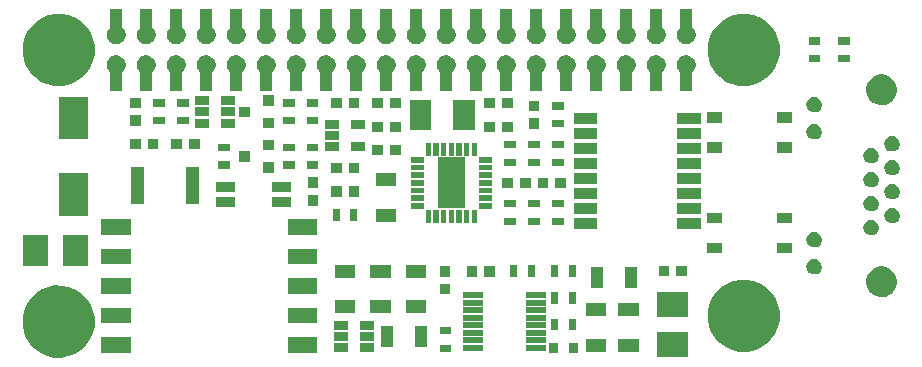
<source format=gts>
G04 #@! TF.FileFunction,Soldermask,Top*
%FSLAX46Y46*%
G04 Gerber Fmt 4.6, Leading zero omitted, Abs format (unit mm)*
G04 Created by KiCad (PCBNEW 4.0.2-stable) date Sunday, October 09, 2016 'PMt' 11:06:17 PM*
%MOMM*%
G01*
G04 APERTURE LIST*
%ADD10C,0.100000*%
G04 APERTURE END LIST*
D10*
G36*
X3820457Y-23451030D02*
X4406573Y-23571342D01*
X4958152Y-23803205D01*
X5454195Y-24137790D01*
X5875796Y-24562345D01*
X6206909Y-25060710D01*
X6434916Y-25613896D01*
X6551080Y-26200570D01*
X6551080Y-26200581D01*
X6551130Y-26200834D01*
X6541588Y-26884242D01*
X6541530Y-26884497D01*
X6541530Y-26884507D01*
X6409031Y-27467703D01*
X6165666Y-28014310D01*
X5820769Y-28503234D01*
X5387474Y-28915855D01*
X4882282Y-29236459D01*
X4324445Y-29452829D01*
X3735205Y-29556728D01*
X3136999Y-29544198D01*
X2552626Y-29415714D01*
X2004336Y-29176173D01*
X1513019Y-28834699D01*
X1097382Y-28404294D01*
X773257Y-27901352D01*
X552999Y-27345043D01*
X444988Y-26756533D01*
X453341Y-26158265D01*
X577742Y-25573005D01*
X813452Y-25023055D01*
X1151489Y-24529364D01*
X1578981Y-24110732D01*
X2079640Y-23783110D01*
X2634409Y-23558969D01*
X3222142Y-23446853D01*
X3820457Y-23451030D01*
X3820457Y-23451030D01*
G37*
G36*
X56801000Y-29501000D02*
X54199000Y-29501000D01*
X54199000Y-27399000D01*
X56801000Y-27399000D01*
X56801000Y-29501000D01*
X56801000Y-29501000D01*
G37*
G36*
X47451620Y-29201050D02*
X46750180Y-29201050D01*
X46750180Y-28298950D01*
X47451620Y-28298950D01*
X47451620Y-29201050D01*
X47451620Y-29201050D01*
G37*
G36*
X45749820Y-29201050D02*
X45048380Y-29201050D01*
X45048380Y-28298950D01*
X45749820Y-28298950D01*
X45749820Y-29201050D01*
X45749820Y-29201050D01*
G37*
G36*
X9621000Y-29161000D02*
X7119000Y-29161000D01*
X7119000Y-27839000D01*
X9621000Y-27839000D01*
X9621000Y-29161000D01*
X9621000Y-29161000D01*
G37*
G36*
X25381000Y-29161000D02*
X22879000Y-29161000D01*
X22879000Y-27839000D01*
X25381000Y-27839000D01*
X25381000Y-29161000D01*
X25381000Y-29161000D01*
G37*
G36*
X30181000Y-29076000D02*
X29019000Y-29076000D01*
X29019000Y-28324000D01*
X30181000Y-28324000D01*
X30181000Y-29076000D01*
X30181000Y-29076000D01*
G37*
G36*
X27981000Y-29076000D02*
X26819000Y-29076000D01*
X26819000Y-28324000D01*
X27981000Y-28324000D01*
X27981000Y-29076000D01*
X27981000Y-29076000D01*
G37*
G36*
X61820457Y-22951030D02*
X62406573Y-23071342D01*
X62958152Y-23303205D01*
X63454195Y-23637790D01*
X63875796Y-24062345D01*
X64206909Y-24560710D01*
X64434916Y-25113896D01*
X64551080Y-25700570D01*
X64551080Y-25700581D01*
X64551130Y-25700834D01*
X64541588Y-26384242D01*
X64541530Y-26384497D01*
X64541530Y-26384507D01*
X64409031Y-26967703D01*
X64165666Y-27514310D01*
X63820769Y-28003234D01*
X63387474Y-28415855D01*
X62882282Y-28736459D01*
X62324445Y-28952829D01*
X61735205Y-29056728D01*
X61136999Y-29044198D01*
X60552626Y-28915714D01*
X60004336Y-28676173D01*
X59513019Y-28334699D01*
X59097382Y-27904294D01*
X58773257Y-27401352D01*
X58552999Y-26845043D01*
X58444988Y-26256533D01*
X58453341Y-25658265D01*
X58577742Y-25073005D01*
X58813452Y-24523055D01*
X59151489Y-24029364D01*
X59578981Y-23610732D01*
X60079640Y-23283110D01*
X60634409Y-23058969D01*
X61222142Y-22946853D01*
X61820457Y-22951030D01*
X61820457Y-22951030D01*
G37*
G36*
X49851000Y-29051000D02*
X48149000Y-29051000D01*
X48149000Y-27949000D01*
X49851000Y-27949000D01*
X49851000Y-29051000D01*
X49851000Y-29051000D01*
G37*
G36*
X36751000Y-29051000D02*
X35749000Y-29051000D01*
X35749000Y-28449000D01*
X36751000Y-28449000D01*
X36751000Y-29051000D01*
X36751000Y-29051000D01*
G37*
G36*
X52601000Y-29051000D02*
X50899000Y-29051000D01*
X50899000Y-27949000D01*
X52601000Y-27949000D01*
X52601000Y-29051000D01*
X52601000Y-29051000D01*
G37*
G36*
X44755300Y-28978500D02*
X43053300Y-28978500D01*
X43053300Y-28466500D01*
X44755300Y-28466500D01*
X44755300Y-28978500D01*
X44755300Y-28978500D01*
G37*
G36*
X39446700Y-28978500D02*
X37744700Y-28978500D01*
X37744700Y-28466500D01*
X39446700Y-28466500D01*
X39446700Y-28978500D01*
X39446700Y-28978500D01*
G37*
G36*
X34701000Y-28651000D02*
X33699000Y-28651000D01*
X33699000Y-26849000D01*
X34701000Y-26849000D01*
X34701000Y-28651000D01*
X34701000Y-28651000D01*
G37*
G36*
X31801000Y-28651000D02*
X30799000Y-28651000D01*
X30799000Y-26849000D01*
X31801000Y-26849000D01*
X31801000Y-28651000D01*
X31801000Y-28651000D01*
G37*
G36*
X39446700Y-28343500D02*
X37744700Y-28343500D01*
X37744700Y-27831500D01*
X39446700Y-27831500D01*
X39446700Y-28343500D01*
X39446700Y-28343500D01*
G37*
G36*
X44755300Y-28343500D02*
X43053300Y-28343500D01*
X43053300Y-27831500D01*
X44755300Y-27831500D01*
X44755300Y-28343500D01*
X44755300Y-28343500D01*
G37*
G36*
X27981000Y-28126000D02*
X26819000Y-28126000D01*
X26819000Y-27374000D01*
X27981000Y-27374000D01*
X27981000Y-28126000D01*
X27981000Y-28126000D01*
G37*
G36*
X30181000Y-28126000D02*
X29019000Y-28126000D01*
X29019000Y-27374000D01*
X30181000Y-27374000D01*
X30181000Y-28126000D01*
X30181000Y-28126000D01*
G37*
G36*
X39446700Y-27708500D02*
X37744700Y-27708500D01*
X37744700Y-27196500D01*
X39446700Y-27196500D01*
X39446700Y-27708500D01*
X39446700Y-27708500D01*
G37*
G36*
X44755300Y-27708500D02*
X43053300Y-27708500D01*
X43053300Y-27196500D01*
X44755300Y-27196500D01*
X44755300Y-27708500D01*
X44755300Y-27708500D01*
G37*
G36*
X36751000Y-27551000D02*
X35749000Y-27551000D01*
X35749000Y-26949000D01*
X36751000Y-26949000D01*
X36751000Y-27551000D01*
X36751000Y-27551000D01*
G37*
G36*
X45801000Y-27251000D02*
X45199000Y-27251000D01*
X45199000Y-26249000D01*
X45801000Y-26249000D01*
X45801000Y-27251000D01*
X45801000Y-27251000D01*
G37*
G36*
X47301000Y-27251000D02*
X46699000Y-27251000D01*
X46699000Y-26249000D01*
X47301000Y-26249000D01*
X47301000Y-27251000D01*
X47301000Y-27251000D01*
G37*
G36*
X27981000Y-27176000D02*
X26819000Y-27176000D01*
X26819000Y-26424000D01*
X27981000Y-26424000D01*
X27981000Y-27176000D01*
X27981000Y-27176000D01*
G37*
G36*
X30181000Y-27176000D02*
X29019000Y-27176000D01*
X29019000Y-26424000D01*
X30181000Y-26424000D01*
X30181000Y-27176000D01*
X30181000Y-27176000D01*
G37*
G36*
X44755300Y-27073500D02*
X43053300Y-27073500D01*
X43053300Y-26561500D01*
X44755300Y-26561500D01*
X44755300Y-27073500D01*
X44755300Y-27073500D01*
G37*
G36*
X39446700Y-27073500D02*
X37744700Y-27073500D01*
X37744700Y-26561500D01*
X39446700Y-26561500D01*
X39446700Y-27073500D01*
X39446700Y-27073500D01*
G37*
G36*
X9621000Y-26661000D02*
X7119000Y-26661000D01*
X7119000Y-25339000D01*
X9621000Y-25339000D01*
X9621000Y-26661000D01*
X9621000Y-26661000D01*
G37*
G36*
X25381000Y-26661000D02*
X22879000Y-26661000D01*
X22879000Y-25339000D01*
X25381000Y-25339000D01*
X25381000Y-26661000D01*
X25381000Y-26661000D01*
G37*
G36*
X44755300Y-26438500D02*
X43053300Y-26438500D01*
X43053300Y-25926500D01*
X44755300Y-25926500D01*
X44755300Y-26438500D01*
X44755300Y-26438500D01*
G37*
G36*
X39446700Y-26438500D02*
X37744700Y-26438500D01*
X37744700Y-25926500D01*
X39446700Y-25926500D01*
X39446700Y-26438500D01*
X39446700Y-26438500D01*
G37*
G36*
X56801000Y-26101000D02*
X54199000Y-26101000D01*
X54199000Y-23999000D01*
X56801000Y-23999000D01*
X56801000Y-26101000D01*
X56801000Y-26101000D01*
G37*
G36*
X49851000Y-26051000D02*
X48149000Y-26051000D01*
X48149000Y-24949000D01*
X49851000Y-24949000D01*
X49851000Y-26051000D01*
X49851000Y-26051000D01*
G37*
G36*
X52601000Y-26051000D02*
X50899000Y-26051000D01*
X50899000Y-24949000D01*
X52601000Y-24949000D01*
X52601000Y-26051000D01*
X52601000Y-26051000D01*
G37*
G36*
X39446700Y-25803500D02*
X37744700Y-25803500D01*
X37744700Y-25291500D01*
X39446700Y-25291500D01*
X39446700Y-25803500D01*
X39446700Y-25803500D01*
G37*
G36*
X44755300Y-25803500D02*
X43053300Y-25803500D01*
X43053300Y-25291500D01*
X44755300Y-25291500D01*
X44755300Y-25803500D01*
X44755300Y-25803500D01*
G37*
G36*
X28601000Y-25801000D02*
X26899000Y-25801000D01*
X26899000Y-24699000D01*
X28601000Y-24699000D01*
X28601000Y-25801000D01*
X28601000Y-25801000D01*
G37*
G36*
X34601000Y-25801000D02*
X32899000Y-25801000D01*
X32899000Y-24699000D01*
X34601000Y-24699000D01*
X34601000Y-25801000D01*
X34601000Y-25801000D01*
G37*
G36*
X31601000Y-25801000D02*
X29899000Y-25801000D01*
X29899000Y-24699000D01*
X31601000Y-24699000D01*
X31601000Y-25801000D01*
X31601000Y-25801000D01*
G37*
G36*
X44755300Y-25168500D02*
X43053300Y-25168500D01*
X43053300Y-24656500D01*
X44755300Y-24656500D01*
X44755300Y-25168500D01*
X44755300Y-25168500D01*
G37*
G36*
X39446700Y-25168500D02*
X37744700Y-25168500D01*
X37744700Y-24656500D01*
X39446700Y-24656500D01*
X39446700Y-25168500D01*
X39446700Y-25168500D01*
G37*
G36*
X47301000Y-25001000D02*
X46699000Y-25001000D01*
X46699000Y-23999000D01*
X47301000Y-23999000D01*
X47301000Y-25001000D01*
X47301000Y-25001000D01*
G37*
G36*
X45801000Y-25001000D02*
X45199000Y-25001000D01*
X45199000Y-23999000D01*
X45801000Y-23999000D01*
X45801000Y-25001000D01*
X45801000Y-25001000D01*
G37*
G36*
X44755300Y-24533500D02*
X43053300Y-24533500D01*
X43053300Y-24021500D01*
X44755300Y-24021500D01*
X44755300Y-24533500D01*
X44755300Y-24533500D01*
G37*
G36*
X39446700Y-24533500D02*
X37744700Y-24533500D01*
X37744700Y-24021500D01*
X39446700Y-24021500D01*
X39446700Y-24533500D01*
X39446700Y-24533500D01*
G37*
G36*
X73303495Y-21820565D02*
X73553363Y-21871855D01*
X73788509Y-21970701D01*
X73999981Y-22113340D01*
X74179711Y-22294330D01*
X74320871Y-22506793D01*
X74418073Y-22742621D01*
X74467565Y-22992578D01*
X74467565Y-22992589D01*
X74467615Y-22992842D01*
X74463547Y-23284187D01*
X74463490Y-23284437D01*
X74463490Y-23284452D01*
X74407038Y-23532923D01*
X74303288Y-23765951D01*
X74156254Y-23974385D01*
X73971535Y-24150291D01*
X73756164Y-24286969D01*
X73518353Y-24379209D01*
X73267152Y-24423503D01*
X73012127Y-24418161D01*
X72763003Y-24363388D01*
X72529256Y-24261266D01*
X72319805Y-24115694D01*
X72142613Y-23932206D01*
X72004433Y-23717793D01*
X71910534Y-23480630D01*
X71864488Y-23229746D01*
X71868049Y-22974696D01*
X71921083Y-22725190D01*
X72021570Y-22490738D01*
X72165680Y-22280271D01*
X72347925Y-22101803D01*
X72561360Y-21962135D01*
X72797868Y-21866580D01*
X73048425Y-21818783D01*
X73303495Y-21820565D01*
X73303495Y-21820565D01*
G37*
G36*
X36676000Y-24201000D02*
X35824000Y-24201000D01*
X35824000Y-23299000D01*
X36676000Y-23299000D01*
X36676000Y-24201000D01*
X36676000Y-24201000D01*
G37*
G36*
X25381000Y-24161000D02*
X22879000Y-24161000D01*
X22879000Y-22839000D01*
X25381000Y-22839000D01*
X25381000Y-24161000D01*
X25381000Y-24161000D01*
G37*
G36*
X9621000Y-24161000D02*
X7119000Y-24161000D01*
X7119000Y-22839000D01*
X9621000Y-22839000D01*
X9621000Y-24161000D01*
X9621000Y-24161000D01*
G37*
G36*
X49551000Y-23651000D02*
X48549000Y-23651000D01*
X48549000Y-21849000D01*
X49551000Y-21849000D01*
X49551000Y-23651000D01*
X49551000Y-23651000D01*
G37*
G36*
X52451000Y-23651000D02*
X51449000Y-23651000D01*
X51449000Y-21849000D01*
X52451000Y-21849000D01*
X52451000Y-23651000D01*
X52451000Y-23651000D01*
G37*
G36*
X31601000Y-22801000D02*
X29899000Y-22801000D01*
X29899000Y-21699000D01*
X31601000Y-21699000D01*
X31601000Y-22801000D01*
X31601000Y-22801000D01*
G37*
G36*
X28601000Y-22801000D02*
X26899000Y-22801000D01*
X26899000Y-21699000D01*
X28601000Y-21699000D01*
X28601000Y-22801000D01*
X28601000Y-22801000D01*
G37*
G36*
X34601000Y-22801000D02*
X32899000Y-22801000D01*
X32899000Y-21699000D01*
X34601000Y-21699000D01*
X34601000Y-22801000D01*
X34601000Y-22801000D01*
G37*
G36*
X47301000Y-22751000D02*
X46699000Y-22751000D01*
X46699000Y-21749000D01*
X47301000Y-21749000D01*
X47301000Y-22751000D01*
X47301000Y-22751000D01*
G37*
G36*
X45801000Y-22751000D02*
X45199000Y-22751000D01*
X45199000Y-21749000D01*
X45801000Y-21749000D01*
X45801000Y-22751000D01*
X45801000Y-22751000D01*
G37*
G36*
X42301000Y-22751000D02*
X41699000Y-22751000D01*
X41699000Y-21749000D01*
X42301000Y-21749000D01*
X42301000Y-22751000D01*
X42301000Y-22751000D01*
G37*
G36*
X43801000Y-22751000D02*
X43199000Y-22751000D01*
X43199000Y-21749000D01*
X43801000Y-21749000D01*
X43801000Y-22751000D01*
X43801000Y-22751000D01*
G37*
G36*
X36676000Y-22701000D02*
X35824000Y-22701000D01*
X35824000Y-21799000D01*
X36676000Y-21799000D01*
X36676000Y-22701000D01*
X36676000Y-22701000D01*
G37*
G36*
X40449080Y-22699780D02*
X39549520Y-22699780D01*
X39549520Y-21800220D01*
X40449080Y-21800220D01*
X40449080Y-22699780D01*
X40449080Y-22699780D01*
G37*
G36*
X38950480Y-22699780D02*
X38050920Y-22699780D01*
X38050920Y-21800220D01*
X38950480Y-21800220D01*
X38950480Y-22699780D01*
X38950480Y-22699780D01*
G37*
G36*
X56701000Y-22676000D02*
X55799000Y-22676000D01*
X55799000Y-21824000D01*
X56701000Y-21824000D01*
X56701000Y-22676000D01*
X56701000Y-22676000D01*
G37*
G36*
X55201000Y-22676000D02*
X54299000Y-22676000D01*
X54299000Y-21824000D01*
X55201000Y-21824000D01*
X55201000Y-22676000D01*
X55201000Y-22676000D01*
G37*
G36*
X67525276Y-21210532D02*
X67650233Y-21236182D01*
X67767823Y-21285612D01*
X67873575Y-21356943D01*
X67963453Y-21447451D01*
X68034044Y-21553699D01*
X68082652Y-21671631D01*
X68107376Y-21796497D01*
X68107428Y-21796761D01*
X68105393Y-21942456D01*
X68105335Y-21942711D01*
X68105335Y-21942721D01*
X68077135Y-22066842D01*
X68025251Y-22183376D01*
X67951722Y-22287608D01*
X67859350Y-22375575D01*
X67751645Y-22443926D01*
X67632726Y-22490051D01*
X67507105Y-22512202D01*
X67379570Y-22509530D01*
X67254991Y-22482140D01*
X67138097Y-22431070D01*
X67033355Y-22358272D01*
X66944750Y-22266519D01*
X66875646Y-22159292D01*
X66828691Y-22040697D01*
X66805664Y-21915227D01*
X66807444Y-21787688D01*
X66833966Y-21662914D01*
X66884218Y-21545670D01*
X66956283Y-21440420D01*
X67047420Y-21351172D01*
X67154152Y-21281329D01*
X67272427Y-21233543D01*
X67397724Y-21209641D01*
X67525276Y-21210532D01*
X67525276Y-21210532D01*
G37*
G36*
X6001000Y-21801000D02*
X3899000Y-21801000D01*
X3899000Y-19199000D01*
X6001000Y-19199000D01*
X6001000Y-21801000D01*
X6001000Y-21801000D01*
G37*
G36*
X2601000Y-21801000D02*
X499000Y-21801000D01*
X499000Y-19199000D01*
X2601000Y-19199000D01*
X2601000Y-21801000D01*
X2601000Y-21801000D01*
G37*
G36*
X25381000Y-21661000D02*
X22879000Y-21661000D01*
X22879000Y-20339000D01*
X25381000Y-20339000D01*
X25381000Y-21661000D01*
X25381000Y-21661000D01*
G37*
G36*
X9621000Y-21661000D02*
X7119000Y-21661000D01*
X7119000Y-20339000D01*
X9621000Y-20339000D01*
X9621000Y-21661000D01*
X9621000Y-21661000D01*
G37*
G36*
X59704040Y-20721050D02*
X58403160Y-20721050D01*
X58403160Y-19818950D01*
X59704040Y-19818950D01*
X59704040Y-20721050D01*
X59704040Y-20721050D01*
G37*
G36*
X65599380Y-20721050D02*
X64298500Y-20721050D01*
X64298500Y-19818950D01*
X65599380Y-19818950D01*
X65599380Y-20721050D01*
X65599380Y-20721050D01*
G37*
G36*
X67525276Y-18919452D02*
X67650233Y-18945102D01*
X67767823Y-18994532D01*
X67873575Y-19065863D01*
X67963453Y-19156371D01*
X68034044Y-19262619D01*
X68082652Y-19380551D01*
X68107376Y-19505417D01*
X68107428Y-19505681D01*
X68105393Y-19651376D01*
X68105335Y-19651631D01*
X68105335Y-19651641D01*
X68077135Y-19775762D01*
X68025251Y-19892296D01*
X67951722Y-19996528D01*
X67859350Y-20084495D01*
X67751645Y-20152846D01*
X67632726Y-20198971D01*
X67507105Y-20221122D01*
X67379570Y-20218450D01*
X67254991Y-20191060D01*
X67138097Y-20139990D01*
X67033355Y-20067192D01*
X66944750Y-19975439D01*
X66875646Y-19868212D01*
X66828691Y-19749617D01*
X66805664Y-19624147D01*
X66807444Y-19496608D01*
X66833966Y-19371834D01*
X66884218Y-19254590D01*
X66956283Y-19149340D01*
X67047420Y-19060092D01*
X67154152Y-18990249D01*
X67272427Y-18942463D01*
X67397724Y-18918561D01*
X67525276Y-18919452D01*
X67525276Y-18919452D01*
G37*
G36*
X72343656Y-17900912D02*
X72468613Y-17926562D01*
X72586203Y-17975992D01*
X72691955Y-18047323D01*
X72781833Y-18137831D01*
X72852424Y-18244079D01*
X72901032Y-18362011D01*
X72925756Y-18486877D01*
X72925808Y-18487141D01*
X72923773Y-18632836D01*
X72923715Y-18633091D01*
X72923715Y-18633101D01*
X72895515Y-18757222D01*
X72843631Y-18873756D01*
X72770102Y-18977988D01*
X72677730Y-19065955D01*
X72570025Y-19134306D01*
X72451106Y-19180431D01*
X72325485Y-19202582D01*
X72197950Y-19199910D01*
X72073371Y-19172520D01*
X71956477Y-19121450D01*
X71851735Y-19048652D01*
X71763130Y-18956899D01*
X71694026Y-18849672D01*
X71647071Y-18731077D01*
X71624044Y-18605607D01*
X71625824Y-18478068D01*
X71652346Y-18353294D01*
X71702598Y-18236050D01*
X71774663Y-18130800D01*
X71865800Y-18041552D01*
X71972532Y-17971709D01*
X72090807Y-17923923D01*
X72216104Y-17900021D01*
X72343656Y-17900912D01*
X72343656Y-17900912D01*
G37*
G36*
X9621000Y-19161000D02*
X7119000Y-19161000D01*
X7119000Y-17839000D01*
X9621000Y-17839000D01*
X9621000Y-19161000D01*
X9621000Y-19161000D01*
G37*
G36*
X25381000Y-19161000D02*
X22879000Y-19161000D01*
X22879000Y-17839000D01*
X25381000Y-17839000D01*
X25381000Y-19161000D01*
X25381000Y-19161000D01*
G37*
G36*
X57891000Y-18626000D02*
X55879000Y-18626000D01*
X55879000Y-17764000D01*
X57891000Y-17764000D01*
X57891000Y-18626000D01*
X57891000Y-18626000D01*
G37*
G36*
X49121000Y-18626000D02*
X47109000Y-18626000D01*
X47109000Y-17764000D01*
X49121000Y-17764000D01*
X49121000Y-18626000D01*
X49121000Y-18626000D01*
G37*
G36*
X44251000Y-18301000D02*
X43249000Y-18301000D01*
X43249000Y-17699000D01*
X44251000Y-17699000D01*
X44251000Y-18301000D01*
X44251000Y-18301000D01*
G37*
G36*
X42251000Y-18301000D02*
X41249000Y-18301000D01*
X41249000Y-17699000D01*
X42251000Y-17699000D01*
X42251000Y-18301000D01*
X42251000Y-18301000D01*
G37*
G36*
X46251000Y-18301000D02*
X45249000Y-18301000D01*
X45249000Y-17699000D01*
X46251000Y-17699000D01*
X46251000Y-18301000D01*
X46251000Y-18301000D01*
G37*
G36*
X74124196Y-16887452D02*
X74249153Y-16913102D01*
X74366743Y-16962532D01*
X74472495Y-17033863D01*
X74562373Y-17124371D01*
X74632964Y-17230619D01*
X74681572Y-17348551D01*
X74706296Y-17473417D01*
X74706348Y-17473681D01*
X74704313Y-17619376D01*
X74704255Y-17619631D01*
X74704255Y-17619641D01*
X74676055Y-17743762D01*
X74624171Y-17860296D01*
X74550642Y-17964528D01*
X74458270Y-18052495D01*
X74350565Y-18120846D01*
X74231646Y-18166971D01*
X74106025Y-18189122D01*
X73978490Y-18186450D01*
X73853911Y-18159060D01*
X73737017Y-18107990D01*
X73632275Y-18035192D01*
X73543670Y-17943439D01*
X73474566Y-17836212D01*
X73427611Y-17717617D01*
X73404584Y-17592147D01*
X73406364Y-17464608D01*
X73432886Y-17339834D01*
X73483138Y-17222590D01*
X73555203Y-17117340D01*
X73646340Y-17028092D01*
X73753072Y-16958249D01*
X73871347Y-16910463D01*
X73996644Y-16886561D01*
X74124196Y-16887452D01*
X74124196Y-16887452D01*
G37*
G36*
X65596840Y-18181050D02*
X64295960Y-18181050D01*
X64295960Y-17278950D01*
X65596840Y-17278950D01*
X65596840Y-18181050D01*
X65596840Y-18181050D01*
G37*
G36*
X59701500Y-18181050D02*
X58400620Y-18181050D01*
X58400620Y-17278950D01*
X59701500Y-17278950D01*
X59701500Y-18181050D01*
X59701500Y-18181050D01*
G37*
G36*
X37636000Y-18151000D02*
X37164000Y-18151000D01*
X37164000Y-17049000D01*
X37636000Y-17049000D01*
X37636000Y-18151000D01*
X37636000Y-18151000D01*
G37*
G36*
X38286000Y-18151000D02*
X37814000Y-18151000D01*
X37814000Y-17049000D01*
X38286000Y-17049000D01*
X38286000Y-18151000D01*
X38286000Y-18151000D01*
G37*
G36*
X38936000Y-18151000D02*
X38464000Y-18151000D01*
X38464000Y-17049000D01*
X38936000Y-17049000D01*
X38936000Y-18151000D01*
X38936000Y-18151000D01*
G37*
G36*
X36986000Y-18151000D02*
X36514000Y-18151000D01*
X36514000Y-17049000D01*
X36986000Y-17049000D01*
X36986000Y-18151000D01*
X36986000Y-18151000D01*
G37*
G36*
X36336000Y-18151000D02*
X35864000Y-18151000D01*
X35864000Y-17049000D01*
X36336000Y-17049000D01*
X36336000Y-18151000D01*
X36336000Y-18151000D01*
G37*
G36*
X35036000Y-18151000D02*
X34564000Y-18151000D01*
X34564000Y-17049000D01*
X35036000Y-17049000D01*
X35036000Y-18151000D01*
X35036000Y-18151000D01*
G37*
G36*
X35686000Y-18151000D02*
X35214000Y-18151000D01*
X35214000Y-17049000D01*
X35686000Y-17049000D01*
X35686000Y-18151000D01*
X35686000Y-18151000D01*
G37*
G36*
X32101000Y-18051000D02*
X30399000Y-18051000D01*
X30399000Y-16949000D01*
X32101000Y-16949000D01*
X32101000Y-18051000D01*
X32101000Y-18051000D01*
G37*
G36*
X28801000Y-18001000D02*
X28199000Y-18001000D01*
X28199000Y-16999000D01*
X28801000Y-16999000D01*
X28801000Y-18001000D01*
X28801000Y-18001000D01*
G37*
G36*
X27301000Y-18001000D02*
X26699000Y-18001000D01*
X26699000Y-16999000D01*
X27301000Y-16999000D01*
X27301000Y-18001000D01*
X27301000Y-18001000D01*
G37*
G36*
X6001150Y-17552260D02*
X3498850Y-17552260D01*
X3498850Y-13950140D01*
X6001150Y-13950140D01*
X6001150Y-17552260D01*
X6001150Y-17552260D01*
G37*
G36*
X49121000Y-17356000D02*
X47109000Y-17356000D01*
X47109000Y-16494000D01*
X49121000Y-16494000D01*
X49121000Y-17356000D01*
X49121000Y-17356000D01*
G37*
G36*
X57891000Y-17356000D02*
X55879000Y-17356000D01*
X55879000Y-16494000D01*
X57891000Y-16494000D01*
X57891000Y-17356000D01*
X57891000Y-17356000D01*
G37*
G36*
X72343656Y-15871452D02*
X72468613Y-15897102D01*
X72586203Y-15946532D01*
X72691955Y-16017863D01*
X72781833Y-16108371D01*
X72852424Y-16214619D01*
X72901032Y-16332551D01*
X72925756Y-16457417D01*
X72925808Y-16457681D01*
X72923773Y-16603376D01*
X72923715Y-16603631D01*
X72923715Y-16603641D01*
X72895515Y-16727762D01*
X72843631Y-16844296D01*
X72770102Y-16948528D01*
X72677730Y-17036495D01*
X72570025Y-17104846D01*
X72451106Y-17150971D01*
X72325485Y-17173122D01*
X72197950Y-17170450D01*
X72073371Y-17143060D01*
X71956477Y-17091990D01*
X71851735Y-17019192D01*
X71763130Y-16927439D01*
X71694026Y-16820212D01*
X71647071Y-16701617D01*
X71624044Y-16576147D01*
X71625824Y-16448608D01*
X71652346Y-16323834D01*
X71702598Y-16206590D01*
X71774663Y-16101340D01*
X71865800Y-16012092D01*
X71972532Y-15942249D01*
X72090807Y-15894463D01*
X72216104Y-15870561D01*
X72343656Y-15871452D01*
X72343656Y-15871452D01*
G37*
G36*
X40151000Y-16936000D02*
X39049000Y-16936000D01*
X39049000Y-16464000D01*
X40151000Y-16464000D01*
X40151000Y-16936000D01*
X40151000Y-16936000D01*
G37*
G36*
X34451000Y-16936000D02*
X33349000Y-16936000D01*
X33349000Y-16464000D01*
X34451000Y-16464000D01*
X34451000Y-16936000D01*
X34451000Y-16936000D01*
G37*
G36*
X37863500Y-16926000D02*
X35636500Y-16926000D01*
X35636500Y-12574000D01*
X37863500Y-12574000D01*
X37863500Y-16926000D01*
X37863500Y-16926000D01*
G37*
G36*
X23151000Y-16836000D02*
X21549000Y-16836000D01*
X21549000Y-15934000D01*
X23151000Y-15934000D01*
X23151000Y-16836000D01*
X23151000Y-16836000D01*
G37*
G36*
X18451000Y-16836000D02*
X16849000Y-16836000D01*
X16849000Y-15934000D01*
X18451000Y-15934000D01*
X18451000Y-16836000D01*
X18451000Y-16836000D01*
G37*
G36*
X46251000Y-16801000D02*
X45249000Y-16801000D01*
X45249000Y-16199000D01*
X46251000Y-16199000D01*
X46251000Y-16801000D01*
X46251000Y-16801000D01*
G37*
G36*
X44251000Y-16801000D02*
X43249000Y-16801000D01*
X43249000Y-16199000D01*
X44251000Y-16199000D01*
X44251000Y-16801000D01*
X44251000Y-16801000D01*
G37*
G36*
X42251000Y-16801000D02*
X41249000Y-16801000D01*
X41249000Y-16199000D01*
X42251000Y-16199000D01*
X42251000Y-16801000D01*
X42251000Y-16801000D01*
G37*
G36*
X25426000Y-16701000D02*
X24574000Y-16701000D01*
X24574000Y-15799000D01*
X25426000Y-15799000D01*
X25426000Y-16701000D01*
X25426000Y-16701000D01*
G37*
G36*
X15351000Y-16551000D02*
X14249000Y-16551000D01*
X14249000Y-13449000D01*
X15351000Y-13449000D01*
X15351000Y-16551000D01*
X15351000Y-16551000D01*
G37*
G36*
X10751000Y-16551000D02*
X9649000Y-16551000D01*
X9649000Y-13449000D01*
X10751000Y-13449000D01*
X10751000Y-16551000D01*
X10751000Y-16551000D01*
G37*
G36*
X40151000Y-16286000D02*
X39049000Y-16286000D01*
X39049000Y-15814000D01*
X40151000Y-15814000D01*
X40151000Y-16286000D01*
X40151000Y-16286000D01*
G37*
G36*
X34451000Y-16286000D02*
X33349000Y-16286000D01*
X33349000Y-15814000D01*
X34451000Y-15814000D01*
X34451000Y-16286000D01*
X34451000Y-16286000D01*
G37*
G36*
X74124196Y-14857992D02*
X74249153Y-14883642D01*
X74366743Y-14933072D01*
X74472495Y-15004403D01*
X74562373Y-15094911D01*
X74632964Y-15201159D01*
X74681572Y-15319091D01*
X74706296Y-15443957D01*
X74706348Y-15444221D01*
X74704313Y-15589916D01*
X74704255Y-15590171D01*
X74704255Y-15590181D01*
X74676055Y-15714302D01*
X74624171Y-15830836D01*
X74550642Y-15935068D01*
X74458270Y-16023035D01*
X74350565Y-16091386D01*
X74231646Y-16137511D01*
X74106025Y-16159662D01*
X73978490Y-16156990D01*
X73853911Y-16129600D01*
X73737017Y-16078530D01*
X73632275Y-16005732D01*
X73543670Y-15913979D01*
X73474566Y-15806752D01*
X73427611Y-15688157D01*
X73404584Y-15562687D01*
X73406364Y-15435148D01*
X73432886Y-15310374D01*
X73483138Y-15193130D01*
X73555203Y-15087880D01*
X73646340Y-14998632D01*
X73753072Y-14928789D01*
X73871347Y-14881003D01*
X73996644Y-14857101D01*
X74124196Y-14857992D01*
X74124196Y-14857992D01*
G37*
G36*
X57891000Y-16086000D02*
X55879000Y-16086000D01*
X55879000Y-15224000D01*
X57891000Y-15224000D01*
X57891000Y-16086000D01*
X57891000Y-16086000D01*
G37*
G36*
X49121000Y-16086000D02*
X47109000Y-16086000D01*
X47109000Y-15224000D01*
X49121000Y-15224000D01*
X49121000Y-16086000D01*
X49121000Y-16086000D01*
G37*
G36*
X28949080Y-15949780D02*
X28049520Y-15949780D01*
X28049520Y-15050220D01*
X28949080Y-15050220D01*
X28949080Y-15949780D01*
X28949080Y-15949780D01*
G37*
G36*
X27450480Y-15949780D02*
X26550920Y-15949780D01*
X26550920Y-15050220D01*
X27450480Y-15050220D01*
X27450480Y-15949780D01*
X27450480Y-15949780D01*
G37*
G36*
X40151000Y-15636000D02*
X39049000Y-15636000D01*
X39049000Y-15164000D01*
X40151000Y-15164000D01*
X40151000Y-15636000D01*
X40151000Y-15636000D01*
G37*
G36*
X34451000Y-15636000D02*
X33349000Y-15636000D01*
X33349000Y-15164000D01*
X34451000Y-15164000D01*
X34451000Y-15636000D01*
X34451000Y-15636000D01*
G37*
G36*
X18451000Y-15566000D02*
X16849000Y-15566000D01*
X16849000Y-14664000D01*
X18451000Y-14664000D01*
X18451000Y-15566000D01*
X18451000Y-15566000D01*
G37*
G36*
X23151000Y-15566000D02*
X21549000Y-15566000D01*
X21549000Y-14664000D01*
X23151000Y-14664000D01*
X23151000Y-15566000D01*
X23151000Y-15566000D01*
G37*
G36*
X25426000Y-15201000D02*
X24574000Y-15201000D01*
X24574000Y-14299000D01*
X25426000Y-14299000D01*
X25426000Y-15201000D01*
X25426000Y-15201000D01*
G37*
G36*
X44951000Y-15176000D02*
X44049000Y-15176000D01*
X44049000Y-14324000D01*
X44951000Y-14324000D01*
X44951000Y-15176000D01*
X44951000Y-15176000D01*
G37*
G36*
X46451000Y-15176000D02*
X45549000Y-15176000D01*
X45549000Y-14324000D01*
X46451000Y-14324000D01*
X46451000Y-15176000D01*
X46451000Y-15176000D01*
G37*
G36*
X43451000Y-15176000D02*
X42549000Y-15176000D01*
X42549000Y-14324000D01*
X43451000Y-14324000D01*
X43451000Y-15176000D01*
X43451000Y-15176000D01*
G37*
G36*
X41951000Y-15176000D02*
X41049000Y-15176000D01*
X41049000Y-14324000D01*
X41951000Y-14324000D01*
X41951000Y-15176000D01*
X41951000Y-15176000D01*
G37*
G36*
X72343656Y-13841992D02*
X72468613Y-13867642D01*
X72586203Y-13917072D01*
X72691955Y-13988403D01*
X72781833Y-14078911D01*
X72852424Y-14185159D01*
X72901032Y-14303091D01*
X72925756Y-14427957D01*
X72925808Y-14428221D01*
X72923773Y-14573916D01*
X72923715Y-14574171D01*
X72923715Y-14574181D01*
X72895515Y-14698302D01*
X72843631Y-14814836D01*
X72770102Y-14919068D01*
X72677730Y-15007035D01*
X72570025Y-15075386D01*
X72451106Y-15121511D01*
X72325485Y-15143662D01*
X72197950Y-15140990D01*
X72073371Y-15113600D01*
X71956477Y-15062530D01*
X71851735Y-14989732D01*
X71763130Y-14897979D01*
X71694026Y-14790752D01*
X71647071Y-14672157D01*
X71624044Y-14546687D01*
X71625824Y-14419148D01*
X71652346Y-14294374D01*
X71702598Y-14177130D01*
X71774663Y-14071880D01*
X71865800Y-13982632D01*
X71972532Y-13912789D01*
X72090807Y-13865003D01*
X72216104Y-13841101D01*
X72343656Y-13841992D01*
X72343656Y-13841992D01*
G37*
G36*
X32101000Y-15051000D02*
X30399000Y-15051000D01*
X30399000Y-13949000D01*
X32101000Y-13949000D01*
X32101000Y-15051000D01*
X32101000Y-15051000D01*
G37*
G36*
X40151000Y-14986000D02*
X39049000Y-14986000D01*
X39049000Y-14514000D01*
X40151000Y-14514000D01*
X40151000Y-14986000D01*
X40151000Y-14986000D01*
G37*
G36*
X34451000Y-14986000D02*
X33349000Y-14986000D01*
X33349000Y-14514000D01*
X34451000Y-14514000D01*
X34451000Y-14986000D01*
X34451000Y-14986000D01*
G37*
G36*
X57891000Y-14816000D02*
X55879000Y-14816000D01*
X55879000Y-13954000D01*
X57891000Y-13954000D01*
X57891000Y-14816000D01*
X57891000Y-14816000D01*
G37*
G36*
X49121000Y-14816000D02*
X47109000Y-14816000D01*
X47109000Y-13954000D01*
X49121000Y-13954000D01*
X49121000Y-14816000D01*
X49121000Y-14816000D01*
G37*
G36*
X34451000Y-14336000D02*
X33349000Y-14336000D01*
X33349000Y-13864000D01*
X34451000Y-13864000D01*
X34451000Y-14336000D01*
X34451000Y-14336000D01*
G37*
G36*
X40151000Y-14336000D02*
X39049000Y-14336000D01*
X39049000Y-13864000D01*
X40151000Y-13864000D01*
X40151000Y-14336000D01*
X40151000Y-14336000D01*
G37*
G36*
X74124196Y-12828532D02*
X74249153Y-12854182D01*
X74366743Y-12903612D01*
X74472495Y-12974943D01*
X74562373Y-13065451D01*
X74632964Y-13171699D01*
X74681572Y-13289631D01*
X74706296Y-13414497D01*
X74706348Y-13414761D01*
X74704313Y-13560456D01*
X74704255Y-13560711D01*
X74704255Y-13560721D01*
X74676055Y-13684842D01*
X74624171Y-13801376D01*
X74550642Y-13905608D01*
X74458270Y-13993575D01*
X74350565Y-14061926D01*
X74231646Y-14108051D01*
X74106025Y-14130202D01*
X73978490Y-14127530D01*
X73853911Y-14100140D01*
X73737017Y-14049070D01*
X73632275Y-13976272D01*
X73543670Y-13884519D01*
X73474566Y-13777292D01*
X73427611Y-13658697D01*
X73404584Y-13533227D01*
X73406364Y-13405688D01*
X73432886Y-13280914D01*
X73483138Y-13163670D01*
X73555203Y-13058420D01*
X73646340Y-12969172D01*
X73753072Y-12899329D01*
X73871347Y-12851543D01*
X73996644Y-12827641D01*
X74124196Y-12828532D01*
X74124196Y-12828532D01*
G37*
G36*
X28951000Y-13926000D02*
X28049000Y-13926000D01*
X28049000Y-13074000D01*
X28951000Y-13074000D01*
X28951000Y-13926000D01*
X28951000Y-13926000D01*
G37*
G36*
X27451000Y-13926000D02*
X26549000Y-13926000D01*
X26549000Y-13074000D01*
X27451000Y-13074000D01*
X27451000Y-13926000D01*
X27451000Y-13926000D01*
G37*
G36*
X21701810Y-13901050D02*
X20799710Y-13901050D01*
X20799710Y-12998950D01*
X21701810Y-12998950D01*
X21701810Y-13901050D01*
X21701810Y-13901050D01*
G37*
G36*
X40151000Y-13686000D02*
X39049000Y-13686000D01*
X39049000Y-13214000D01*
X40151000Y-13214000D01*
X40151000Y-13686000D01*
X40151000Y-13686000D01*
G37*
G36*
X34451000Y-13686000D02*
X33349000Y-13686000D01*
X33349000Y-13214000D01*
X34451000Y-13214000D01*
X34451000Y-13686000D01*
X34451000Y-13686000D01*
G37*
G36*
X18001000Y-13551000D02*
X16999000Y-13551000D01*
X16999000Y-12949000D01*
X18001000Y-12949000D01*
X18001000Y-13551000D01*
X18001000Y-13551000D01*
G37*
G36*
X25501000Y-13551000D02*
X24499000Y-13551000D01*
X24499000Y-12949000D01*
X25501000Y-12949000D01*
X25501000Y-13551000D01*
X25501000Y-13551000D01*
G37*
G36*
X23501000Y-13551000D02*
X22499000Y-13551000D01*
X22499000Y-12949000D01*
X23501000Y-12949000D01*
X23501000Y-13551000D01*
X23501000Y-13551000D01*
G37*
G36*
X49121000Y-13546000D02*
X47109000Y-13546000D01*
X47109000Y-12684000D01*
X49121000Y-12684000D01*
X49121000Y-13546000D01*
X49121000Y-13546000D01*
G37*
G36*
X57891000Y-13546000D02*
X55879000Y-13546000D01*
X55879000Y-12684000D01*
X57891000Y-12684000D01*
X57891000Y-13546000D01*
X57891000Y-13546000D01*
G37*
G36*
X46251000Y-13301000D02*
X45249000Y-13301000D01*
X45249000Y-12699000D01*
X46251000Y-12699000D01*
X46251000Y-13301000D01*
X46251000Y-13301000D01*
G37*
G36*
X42251000Y-13301000D02*
X41249000Y-13301000D01*
X41249000Y-12699000D01*
X42251000Y-12699000D01*
X42251000Y-13301000D01*
X42251000Y-13301000D01*
G37*
G36*
X44251000Y-13301000D02*
X43249000Y-13301000D01*
X43249000Y-12699000D01*
X44251000Y-12699000D01*
X44251000Y-13301000D01*
X44251000Y-13301000D01*
G37*
G36*
X72343656Y-11812532D02*
X72468613Y-11838182D01*
X72586203Y-11887612D01*
X72691955Y-11958943D01*
X72781833Y-12049451D01*
X72852424Y-12155699D01*
X72901032Y-12273631D01*
X72925756Y-12398497D01*
X72925808Y-12398761D01*
X72923773Y-12544456D01*
X72923715Y-12544711D01*
X72923715Y-12544721D01*
X72895515Y-12668842D01*
X72843631Y-12785376D01*
X72770102Y-12889608D01*
X72677730Y-12977575D01*
X72570025Y-13045926D01*
X72451106Y-13092051D01*
X72325485Y-13114202D01*
X72197950Y-13111530D01*
X72073371Y-13084140D01*
X71956477Y-13033070D01*
X71851735Y-12960272D01*
X71763130Y-12868519D01*
X71694026Y-12761292D01*
X71647071Y-12642697D01*
X71624044Y-12517227D01*
X71625824Y-12389688D01*
X71652346Y-12264914D01*
X71702598Y-12147670D01*
X71774663Y-12042420D01*
X71865800Y-11953172D01*
X71972532Y-11883329D01*
X72090807Y-11835543D01*
X72216104Y-11811641D01*
X72343656Y-11812532D01*
X72343656Y-11812532D01*
G37*
G36*
X34451000Y-13036000D02*
X33349000Y-13036000D01*
X33349000Y-12564000D01*
X34451000Y-12564000D01*
X34451000Y-13036000D01*
X34451000Y-13036000D01*
G37*
G36*
X40151000Y-13036000D02*
X39049000Y-13036000D01*
X39049000Y-12564000D01*
X40151000Y-12564000D01*
X40151000Y-13036000D01*
X40151000Y-13036000D01*
G37*
G36*
X19702830Y-12951050D02*
X18800730Y-12951050D01*
X18800730Y-12048950D01*
X19702830Y-12048950D01*
X19702830Y-12951050D01*
X19702830Y-12951050D01*
G37*
G36*
X37636000Y-12451000D02*
X37164000Y-12451000D01*
X37164000Y-11349000D01*
X37636000Y-11349000D01*
X37636000Y-12451000D01*
X37636000Y-12451000D01*
G37*
G36*
X36986000Y-12451000D02*
X36514000Y-12451000D01*
X36514000Y-11349000D01*
X36986000Y-11349000D01*
X36986000Y-12451000D01*
X36986000Y-12451000D01*
G37*
G36*
X36336000Y-12451000D02*
X35864000Y-12451000D01*
X35864000Y-11349000D01*
X36336000Y-11349000D01*
X36336000Y-12451000D01*
X36336000Y-12451000D01*
G37*
G36*
X35686000Y-12451000D02*
X35214000Y-12451000D01*
X35214000Y-11349000D01*
X35686000Y-11349000D01*
X35686000Y-12451000D01*
X35686000Y-12451000D01*
G37*
G36*
X38286000Y-12451000D02*
X37814000Y-12451000D01*
X37814000Y-11349000D01*
X38286000Y-11349000D01*
X38286000Y-12451000D01*
X38286000Y-12451000D01*
G37*
G36*
X35036000Y-12451000D02*
X34564000Y-12451000D01*
X34564000Y-11349000D01*
X35036000Y-11349000D01*
X35036000Y-12451000D01*
X35036000Y-12451000D01*
G37*
G36*
X38936000Y-12451000D02*
X38464000Y-12451000D01*
X38464000Y-11349000D01*
X38936000Y-11349000D01*
X38936000Y-12451000D01*
X38936000Y-12451000D01*
G37*
G36*
X30951000Y-12426000D02*
X30049000Y-12426000D01*
X30049000Y-11574000D01*
X30951000Y-11574000D01*
X30951000Y-12426000D01*
X30951000Y-12426000D01*
G37*
G36*
X32451000Y-12426000D02*
X31549000Y-12426000D01*
X31549000Y-11574000D01*
X32451000Y-11574000D01*
X32451000Y-12426000D01*
X32451000Y-12426000D01*
G37*
G36*
X49121000Y-12276000D02*
X47109000Y-12276000D01*
X47109000Y-11414000D01*
X49121000Y-11414000D01*
X49121000Y-12276000D01*
X49121000Y-12276000D01*
G37*
G36*
X57891000Y-12276000D02*
X55879000Y-12276000D01*
X55879000Y-11414000D01*
X57891000Y-11414000D01*
X57891000Y-12276000D01*
X57891000Y-12276000D01*
G37*
G36*
X65599380Y-12221050D02*
X64298500Y-12221050D01*
X64298500Y-11318950D01*
X65599380Y-11318950D01*
X65599380Y-12221050D01*
X65599380Y-12221050D01*
G37*
G36*
X59704040Y-12221050D02*
X58403160Y-12221050D01*
X58403160Y-11318950D01*
X59704040Y-11318950D01*
X59704040Y-12221050D01*
X59704040Y-12221050D01*
G37*
G36*
X74124196Y-10799072D02*
X74249153Y-10824722D01*
X74366743Y-10874152D01*
X74472495Y-10945483D01*
X74562373Y-11035991D01*
X74632964Y-11142239D01*
X74681572Y-11260171D01*
X74706296Y-11385037D01*
X74706348Y-11385301D01*
X74704313Y-11530996D01*
X74704255Y-11531251D01*
X74704255Y-11531261D01*
X74676055Y-11655382D01*
X74624171Y-11771916D01*
X74550642Y-11876148D01*
X74458270Y-11964115D01*
X74350565Y-12032466D01*
X74231646Y-12078591D01*
X74106025Y-12100742D01*
X73978490Y-12098070D01*
X73853911Y-12070680D01*
X73737017Y-12019610D01*
X73632275Y-11946812D01*
X73543670Y-11855059D01*
X73474566Y-11747832D01*
X73427611Y-11629237D01*
X73404584Y-11503767D01*
X73406364Y-11376228D01*
X73432886Y-11251454D01*
X73483138Y-11134210D01*
X73555203Y-11028960D01*
X73646340Y-10939712D01*
X73753072Y-10869869D01*
X73871347Y-10822083D01*
X73996644Y-10798181D01*
X74124196Y-10799072D01*
X74124196Y-10799072D01*
G37*
G36*
X27231000Y-12076000D02*
X26069000Y-12076000D01*
X26069000Y-11324000D01*
X27231000Y-11324000D01*
X27231000Y-12076000D01*
X27231000Y-12076000D01*
G37*
G36*
X29431000Y-12076000D02*
X28269000Y-12076000D01*
X28269000Y-11324000D01*
X29431000Y-11324000D01*
X29431000Y-12076000D01*
X29431000Y-12076000D01*
G37*
G36*
X23501000Y-12051000D02*
X22499000Y-12051000D01*
X22499000Y-11449000D01*
X23501000Y-11449000D01*
X23501000Y-12051000D01*
X23501000Y-12051000D01*
G37*
G36*
X25501000Y-12051000D02*
X24499000Y-12051000D01*
X24499000Y-11449000D01*
X25501000Y-11449000D01*
X25501000Y-12051000D01*
X25501000Y-12051000D01*
G37*
G36*
X18001000Y-12051000D02*
X16999000Y-12051000D01*
X16999000Y-11449000D01*
X18001000Y-11449000D01*
X18001000Y-12051000D01*
X18001000Y-12051000D01*
G37*
G36*
X21701810Y-12001050D02*
X20799710Y-12001050D01*
X20799710Y-11098950D01*
X21701810Y-11098950D01*
X21701810Y-12001050D01*
X21701810Y-12001050D01*
G37*
G36*
X15451000Y-11926000D02*
X14549000Y-11926000D01*
X14549000Y-11074000D01*
X15451000Y-11074000D01*
X15451000Y-11926000D01*
X15451000Y-11926000D01*
G37*
G36*
X13951000Y-11926000D02*
X13049000Y-11926000D01*
X13049000Y-11074000D01*
X13951000Y-11074000D01*
X13951000Y-11926000D01*
X13951000Y-11926000D01*
G37*
G36*
X11951000Y-11926000D02*
X11049000Y-11926000D01*
X11049000Y-11074000D01*
X11951000Y-11074000D01*
X11951000Y-11926000D01*
X11951000Y-11926000D01*
G37*
G36*
X10451000Y-11926000D02*
X9549000Y-11926000D01*
X9549000Y-11074000D01*
X10451000Y-11074000D01*
X10451000Y-11926000D01*
X10451000Y-11926000D01*
G37*
G36*
X46251000Y-11801000D02*
X45249000Y-11801000D01*
X45249000Y-11199000D01*
X46251000Y-11199000D01*
X46251000Y-11801000D01*
X46251000Y-11801000D01*
G37*
G36*
X44251000Y-11801000D02*
X43249000Y-11801000D01*
X43249000Y-11199000D01*
X44251000Y-11199000D01*
X44251000Y-11801000D01*
X44251000Y-11801000D01*
G37*
G36*
X42251000Y-11801000D02*
X41249000Y-11801000D01*
X41249000Y-11199000D01*
X42251000Y-11199000D01*
X42251000Y-11801000D01*
X42251000Y-11801000D01*
G37*
G36*
X27231000Y-11126000D02*
X26069000Y-11126000D01*
X26069000Y-10374000D01*
X27231000Y-10374000D01*
X27231000Y-11126000D01*
X27231000Y-11126000D01*
G37*
G36*
X67525276Y-9780532D02*
X67650233Y-9806182D01*
X67767823Y-9855612D01*
X67873575Y-9926943D01*
X67963453Y-10017451D01*
X68034044Y-10123699D01*
X68082652Y-10241631D01*
X68107376Y-10366497D01*
X68107428Y-10366761D01*
X68105393Y-10512456D01*
X68105335Y-10512711D01*
X68105335Y-10512721D01*
X68077135Y-10636842D01*
X68025251Y-10753376D01*
X67951722Y-10857608D01*
X67859350Y-10945575D01*
X67751645Y-11013926D01*
X67632726Y-11060051D01*
X67507105Y-11082202D01*
X67379570Y-11079530D01*
X67254991Y-11052140D01*
X67138097Y-11001070D01*
X67033355Y-10928272D01*
X66944750Y-10836519D01*
X66875646Y-10729292D01*
X66828691Y-10610697D01*
X66805664Y-10485227D01*
X66807444Y-10357688D01*
X66833966Y-10232914D01*
X66884218Y-10115670D01*
X66956283Y-10010420D01*
X67047420Y-9921172D01*
X67154152Y-9851329D01*
X67272427Y-9803543D01*
X67397724Y-9779641D01*
X67525276Y-9780532D01*
X67525276Y-9780532D01*
G37*
G36*
X6001150Y-11049860D02*
X3498850Y-11049860D01*
X3498850Y-7447740D01*
X6001150Y-7447740D01*
X6001150Y-11049860D01*
X6001150Y-11049860D01*
G37*
G36*
X57891000Y-11006000D02*
X55879000Y-11006000D01*
X55879000Y-10144000D01*
X57891000Y-10144000D01*
X57891000Y-11006000D01*
X57891000Y-11006000D01*
G37*
G36*
X49121000Y-11006000D02*
X47109000Y-11006000D01*
X47109000Y-10144000D01*
X49121000Y-10144000D01*
X49121000Y-11006000D01*
X49121000Y-11006000D01*
G37*
G36*
X40451000Y-10426000D02*
X39549000Y-10426000D01*
X39549000Y-9574000D01*
X40451000Y-9574000D01*
X40451000Y-10426000D01*
X40451000Y-10426000D01*
G37*
G36*
X41951000Y-10426000D02*
X41049000Y-10426000D01*
X41049000Y-9574000D01*
X41951000Y-9574000D01*
X41951000Y-10426000D01*
X41951000Y-10426000D01*
G37*
G36*
X32451000Y-10426000D02*
X31549000Y-10426000D01*
X31549000Y-9574000D01*
X32451000Y-9574000D01*
X32451000Y-10426000D01*
X32451000Y-10426000D01*
G37*
G36*
X30951000Y-10426000D02*
X30049000Y-10426000D01*
X30049000Y-9574000D01*
X30951000Y-9574000D01*
X30951000Y-10426000D01*
X30951000Y-10426000D01*
G37*
G36*
X35068580Y-10268580D02*
X33231420Y-10268580D01*
X33231420Y-7731420D01*
X35068580Y-7731420D01*
X35068580Y-10268580D01*
X35068580Y-10268580D01*
G37*
G36*
X38768580Y-10268580D02*
X36931420Y-10268580D01*
X36931420Y-7731420D01*
X38768580Y-7731420D01*
X38768580Y-10268580D01*
X38768580Y-10268580D01*
G37*
G36*
X44176000Y-10201000D02*
X43324000Y-10201000D01*
X43324000Y-9299000D01*
X44176000Y-9299000D01*
X44176000Y-10201000D01*
X44176000Y-10201000D01*
G37*
G36*
X27231000Y-10176000D02*
X26069000Y-10176000D01*
X26069000Y-9424000D01*
X27231000Y-9424000D01*
X27231000Y-10176000D01*
X27231000Y-10176000D01*
G37*
G36*
X29431000Y-10176000D02*
X28269000Y-10176000D01*
X28269000Y-9424000D01*
X29431000Y-9424000D01*
X29431000Y-10176000D01*
X29431000Y-10176000D01*
G37*
G36*
X21701810Y-10151050D02*
X20799710Y-10151050D01*
X20799710Y-9248950D01*
X21701810Y-9248950D01*
X21701810Y-10151050D01*
X21701810Y-10151050D01*
G37*
G36*
X18431000Y-10076000D02*
X17269000Y-10076000D01*
X17269000Y-9324000D01*
X18431000Y-9324000D01*
X18431000Y-10076000D01*
X18431000Y-10076000D01*
G37*
G36*
X16231000Y-10076000D02*
X15069000Y-10076000D01*
X15069000Y-9324000D01*
X16231000Y-9324000D01*
X16231000Y-10076000D01*
X16231000Y-10076000D01*
G37*
G36*
X46251000Y-10051000D02*
X45249000Y-10051000D01*
X45249000Y-9449000D01*
X46251000Y-9449000D01*
X46251000Y-10051000D01*
X46251000Y-10051000D01*
G37*
G36*
X10449780Y-9949080D02*
X9550220Y-9949080D01*
X9550220Y-9049520D01*
X10449780Y-9049520D01*
X10449780Y-9949080D01*
X10449780Y-9949080D01*
G37*
G36*
X12501000Y-9801000D02*
X11499000Y-9801000D01*
X11499000Y-9199000D01*
X12501000Y-9199000D01*
X12501000Y-9801000D01*
X12501000Y-9801000D01*
G37*
G36*
X25501000Y-9801000D02*
X24499000Y-9801000D01*
X24499000Y-9199000D01*
X25501000Y-9199000D01*
X25501000Y-9801000D01*
X25501000Y-9801000D01*
G37*
G36*
X23501000Y-9801000D02*
X22499000Y-9801000D01*
X22499000Y-9199000D01*
X23501000Y-9199000D01*
X23501000Y-9801000D01*
X23501000Y-9801000D01*
G37*
G36*
X14501000Y-9801000D02*
X13499000Y-9801000D01*
X13499000Y-9199000D01*
X14501000Y-9199000D01*
X14501000Y-9801000D01*
X14501000Y-9801000D01*
G37*
G36*
X49121000Y-9736000D02*
X47109000Y-9736000D01*
X47109000Y-8874000D01*
X49121000Y-8874000D01*
X49121000Y-9736000D01*
X49121000Y-9736000D01*
G37*
G36*
X57891000Y-9736000D02*
X55879000Y-9736000D01*
X55879000Y-8874000D01*
X57891000Y-8874000D01*
X57891000Y-9736000D01*
X57891000Y-9736000D01*
G37*
G36*
X65596840Y-9681050D02*
X64295960Y-9681050D01*
X64295960Y-8778950D01*
X65596840Y-8778950D01*
X65596840Y-9681050D01*
X65596840Y-9681050D01*
G37*
G36*
X59701500Y-9681050D02*
X58400620Y-9681050D01*
X58400620Y-8778950D01*
X59701500Y-8778950D01*
X59701500Y-9681050D01*
X59701500Y-9681050D01*
G37*
G36*
X19702830Y-9201050D02*
X18800730Y-9201050D01*
X18800730Y-8298950D01*
X19702830Y-8298950D01*
X19702830Y-9201050D01*
X19702830Y-9201050D01*
G37*
G36*
X18431000Y-9126000D02*
X17269000Y-9126000D01*
X17269000Y-8374000D01*
X18431000Y-8374000D01*
X18431000Y-9126000D01*
X18431000Y-9126000D01*
G37*
G36*
X16231000Y-9126000D02*
X15069000Y-9126000D01*
X15069000Y-8374000D01*
X16231000Y-8374000D01*
X16231000Y-9126000D01*
X16231000Y-9126000D01*
G37*
G36*
X67525276Y-7489452D02*
X67650233Y-7515102D01*
X67767823Y-7564532D01*
X67873575Y-7635863D01*
X67963453Y-7726371D01*
X68034044Y-7832619D01*
X68082652Y-7950551D01*
X68107376Y-8075417D01*
X68107428Y-8075681D01*
X68105393Y-8221376D01*
X68105335Y-8221631D01*
X68105335Y-8221641D01*
X68077135Y-8345762D01*
X68025251Y-8462296D01*
X67951722Y-8566528D01*
X67859350Y-8654495D01*
X67751645Y-8722846D01*
X67632726Y-8768971D01*
X67507105Y-8791122D01*
X67379570Y-8788450D01*
X67254991Y-8761060D01*
X67138097Y-8709990D01*
X67033355Y-8637192D01*
X66944750Y-8545439D01*
X66875646Y-8438212D01*
X66828691Y-8319617D01*
X66805664Y-8194147D01*
X66807444Y-8066608D01*
X66833966Y-7941834D01*
X66884218Y-7824590D01*
X66956283Y-7719340D01*
X67047420Y-7630092D01*
X67154152Y-7560249D01*
X67272427Y-7512463D01*
X67397724Y-7488561D01*
X67525276Y-7489452D01*
X67525276Y-7489452D01*
G37*
G36*
X44176000Y-8701000D02*
X43324000Y-8701000D01*
X43324000Y-7799000D01*
X44176000Y-7799000D01*
X44176000Y-8701000D01*
X44176000Y-8701000D01*
G37*
G36*
X46251000Y-8551000D02*
X45249000Y-8551000D01*
X45249000Y-7949000D01*
X46251000Y-7949000D01*
X46251000Y-8551000D01*
X46251000Y-8551000D01*
G37*
G36*
X10449780Y-8450480D02*
X9550220Y-8450480D01*
X9550220Y-7550920D01*
X10449780Y-7550920D01*
X10449780Y-8450480D01*
X10449780Y-8450480D01*
G37*
G36*
X40451000Y-8426000D02*
X39549000Y-8426000D01*
X39549000Y-7574000D01*
X40451000Y-7574000D01*
X40451000Y-8426000D01*
X40451000Y-8426000D01*
G37*
G36*
X41951000Y-8426000D02*
X41049000Y-8426000D01*
X41049000Y-7574000D01*
X41951000Y-7574000D01*
X41951000Y-8426000D01*
X41951000Y-8426000D01*
G37*
G36*
X32451000Y-8426000D02*
X31549000Y-8426000D01*
X31549000Y-7574000D01*
X32451000Y-7574000D01*
X32451000Y-8426000D01*
X32451000Y-8426000D01*
G37*
G36*
X30951000Y-8426000D02*
X30049000Y-8426000D01*
X30049000Y-7574000D01*
X30951000Y-7574000D01*
X30951000Y-8426000D01*
X30951000Y-8426000D01*
G37*
G36*
X28951000Y-8426000D02*
X28049000Y-8426000D01*
X28049000Y-7574000D01*
X28951000Y-7574000D01*
X28951000Y-8426000D01*
X28951000Y-8426000D01*
G37*
G36*
X27451000Y-8426000D02*
X26549000Y-8426000D01*
X26549000Y-7574000D01*
X27451000Y-7574000D01*
X27451000Y-8426000D01*
X27451000Y-8426000D01*
G37*
G36*
X23501000Y-8301000D02*
X22499000Y-8301000D01*
X22499000Y-7699000D01*
X23501000Y-7699000D01*
X23501000Y-8301000D01*
X23501000Y-8301000D01*
G37*
G36*
X25501000Y-8301000D02*
X24499000Y-8301000D01*
X24499000Y-7699000D01*
X25501000Y-7699000D01*
X25501000Y-8301000D01*
X25501000Y-8301000D01*
G37*
G36*
X12501000Y-8301000D02*
X11499000Y-8301000D01*
X11499000Y-7699000D01*
X12501000Y-7699000D01*
X12501000Y-8301000D01*
X12501000Y-8301000D01*
G37*
G36*
X14501000Y-8301000D02*
X13499000Y-8301000D01*
X13499000Y-7699000D01*
X14501000Y-7699000D01*
X14501000Y-8301000D01*
X14501000Y-8301000D01*
G37*
G36*
X21701810Y-8251050D02*
X20799710Y-8251050D01*
X20799710Y-7348950D01*
X21701810Y-7348950D01*
X21701810Y-8251050D01*
X21701810Y-8251050D01*
G37*
G36*
X73303495Y-5579805D02*
X73553363Y-5631095D01*
X73788509Y-5729941D01*
X73999981Y-5872580D01*
X74179711Y-6053570D01*
X74320871Y-6266033D01*
X74418073Y-6501861D01*
X74467565Y-6751818D01*
X74467565Y-6751829D01*
X74467615Y-6752082D01*
X74463547Y-7043427D01*
X74463490Y-7043677D01*
X74463490Y-7043692D01*
X74407038Y-7292163D01*
X74303288Y-7525191D01*
X74156254Y-7733625D01*
X73971535Y-7909531D01*
X73756164Y-8046209D01*
X73518353Y-8138449D01*
X73267152Y-8182743D01*
X73012127Y-8177401D01*
X72763003Y-8122628D01*
X72529256Y-8020506D01*
X72319805Y-7874934D01*
X72142613Y-7691446D01*
X72004433Y-7477033D01*
X71910534Y-7239870D01*
X71864488Y-6988986D01*
X71868049Y-6733936D01*
X71921083Y-6484430D01*
X72021570Y-6249978D01*
X72165680Y-6039511D01*
X72347925Y-5861043D01*
X72561360Y-5721375D01*
X72797868Y-5625820D01*
X73048425Y-5578023D01*
X73303495Y-5579805D01*
X73303495Y-5579805D01*
G37*
G36*
X18431000Y-8176000D02*
X17269000Y-8176000D01*
X17269000Y-7424000D01*
X18431000Y-7424000D01*
X18431000Y-8176000D01*
X18431000Y-8176000D01*
G37*
G36*
X16231000Y-8176000D02*
X15069000Y-8176000D01*
X15069000Y-7424000D01*
X16231000Y-7424000D01*
X16231000Y-8176000D01*
X16231000Y-8176000D01*
G37*
G36*
X23694131Y-3969532D02*
X23848009Y-4001118D01*
X23992820Y-4061991D01*
X24123048Y-4149831D01*
X24233735Y-4261294D01*
X24320665Y-4392134D01*
X24380524Y-4537364D01*
X24410983Y-4691194D01*
X24411035Y-4691458D01*
X24408529Y-4870878D01*
X24408470Y-4871137D01*
X24408470Y-4871143D01*
X24373729Y-5024061D01*
X24309839Y-5167560D01*
X24219288Y-5295924D01*
X24117450Y-5392903D01*
X24110733Y-5401404D01*
X24106651Y-5411439D01*
X24105500Y-5420784D01*
X24105500Y-6971000D01*
X23114500Y-6971000D01*
X23114500Y-5421252D01*
X23112976Y-5410526D01*
X23108524Y-5400650D01*
X23097973Y-5389638D01*
X23088343Y-5382945D01*
X22979224Y-5269949D01*
X22894127Y-5137905D01*
X22836301Y-4991853D01*
X22807945Y-4837351D01*
X22810138Y-4680284D01*
X22842799Y-4526629D01*
X22904682Y-4382246D01*
X22993429Y-4252634D01*
X23105662Y-4142727D01*
X23237100Y-4056716D01*
X23382751Y-3997869D01*
X23537052Y-3968435D01*
X23694131Y-3969532D01*
X23694131Y-3969532D01*
G37*
G36*
X21154131Y-3969532D02*
X21308009Y-4001118D01*
X21452820Y-4061991D01*
X21583048Y-4149831D01*
X21693735Y-4261294D01*
X21780665Y-4392134D01*
X21840524Y-4537364D01*
X21870983Y-4691194D01*
X21871035Y-4691458D01*
X21868529Y-4870878D01*
X21868470Y-4871137D01*
X21868470Y-4871143D01*
X21833729Y-5024061D01*
X21769839Y-5167560D01*
X21679288Y-5295924D01*
X21577450Y-5392903D01*
X21570733Y-5401404D01*
X21566651Y-5411439D01*
X21565500Y-5420784D01*
X21565500Y-6971000D01*
X20574500Y-6971000D01*
X20574500Y-5421252D01*
X20572976Y-5410526D01*
X20568524Y-5400650D01*
X20557973Y-5389638D01*
X20548343Y-5382945D01*
X20439224Y-5269949D01*
X20354127Y-5137905D01*
X20296301Y-4991853D01*
X20267945Y-4837351D01*
X20270138Y-4680284D01*
X20302799Y-4526629D01*
X20364682Y-4382246D01*
X20453429Y-4252634D01*
X20565662Y-4142727D01*
X20697100Y-4056716D01*
X20842751Y-3997869D01*
X20997052Y-3968435D01*
X21154131Y-3969532D01*
X21154131Y-3969532D01*
G37*
G36*
X18614131Y-3969532D02*
X18768009Y-4001118D01*
X18912820Y-4061991D01*
X19043048Y-4149831D01*
X19153735Y-4261294D01*
X19240665Y-4392134D01*
X19300524Y-4537364D01*
X19330983Y-4691194D01*
X19331035Y-4691458D01*
X19328529Y-4870878D01*
X19328470Y-4871137D01*
X19328470Y-4871143D01*
X19293729Y-5024061D01*
X19229839Y-5167560D01*
X19139288Y-5295924D01*
X19037450Y-5392903D01*
X19030733Y-5401404D01*
X19026651Y-5411439D01*
X19025500Y-5420784D01*
X19025500Y-6971000D01*
X18034500Y-6971000D01*
X18034500Y-5421252D01*
X18032976Y-5410526D01*
X18028524Y-5400650D01*
X18017973Y-5389638D01*
X18008343Y-5382945D01*
X17899224Y-5269949D01*
X17814127Y-5137905D01*
X17756301Y-4991853D01*
X17727945Y-4837351D01*
X17730138Y-4680284D01*
X17762799Y-4526629D01*
X17824682Y-4382246D01*
X17913429Y-4252634D01*
X18025662Y-4142727D01*
X18157100Y-4056716D01*
X18302751Y-3997869D01*
X18457052Y-3968435D01*
X18614131Y-3969532D01*
X18614131Y-3969532D01*
G37*
G36*
X16074131Y-3969532D02*
X16228009Y-4001118D01*
X16372820Y-4061991D01*
X16503048Y-4149831D01*
X16613735Y-4261294D01*
X16700665Y-4392134D01*
X16760524Y-4537364D01*
X16790983Y-4691194D01*
X16791035Y-4691458D01*
X16788529Y-4870878D01*
X16788470Y-4871137D01*
X16788470Y-4871143D01*
X16753729Y-5024061D01*
X16689839Y-5167560D01*
X16599288Y-5295924D01*
X16497450Y-5392903D01*
X16490733Y-5401404D01*
X16486651Y-5411439D01*
X16485500Y-5420784D01*
X16485500Y-6971000D01*
X15494500Y-6971000D01*
X15494500Y-5421252D01*
X15492976Y-5410526D01*
X15488524Y-5400650D01*
X15477973Y-5389638D01*
X15468343Y-5382945D01*
X15359224Y-5269949D01*
X15274127Y-5137905D01*
X15216301Y-4991853D01*
X15187945Y-4837351D01*
X15190138Y-4680284D01*
X15222799Y-4526629D01*
X15284682Y-4382246D01*
X15373429Y-4252634D01*
X15485662Y-4142727D01*
X15617100Y-4056716D01*
X15762751Y-3997869D01*
X15917052Y-3968435D01*
X16074131Y-3969532D01*
X16074131Y-3969532D01*
G37*
G36*
X13534131Y-3969532D02*
X13688009Y-4001118D01*
X13832820Y-4061991D01*
X13963048Y-4149831D01*
X14073735Y-4261294D01*
X14160665Y-4392134D01*
X14220524Y-4537364D01*
X14250983Y-4691194D01*
X14251035Y-4691458D01*
X14248529Y-4870878D01*
X14248470Y-4871137D01*
X14248470Y-4871143D01*
X14213729Y-5024061D01*
X14149839Y-5167560D01*
X14059288Y-5295924D01*
X13957450Y-5392903D01*
X13950733Y-5401404D01*
X13946651Y-5411439D01*
X13945500Y-5420784D01*
X13945500Y-6971000D01*
X12954500Y-6971000D01*
X12954500Y-5421252D01*
X12952976Y-5410526D01*
X12948524Y-5400650D01*
X12937973Y-5389638D01*
X12928343Y-5382945D01*
X12819224Y-5269949D01*
X12734127Y-5137905D01*
X12676301Y-4991853D01*
X12647945Y-4837351D01*
X12650138Y-4680284D01*
X12682799Y-4526629D01*
X12744682Y-4382246D01*
X12833429Y-4252634D01*
X12945662Y-4142727D01*
X13077100Y-4056716D01*
X13222751Y-3997869D01*
X13377052Y-3968435D01*
X13534131Y-3969532D01*
X13534131Y-3969532D01*
G37*
G36*
X10994131Y-3969532D02*
X11148009Y-4001118D01*
X11292820Y-4061991D01*
X11423048Y-4149831D01*
X11533735Y-4261294D01*
X11620665Y-4392134D01*
X11680524Y-4537364D01*
X11710983Y-4691194D01*
X11711035Y-4691458D01*
X11708529Y-4870878D01*
X11708470Y-4871137D01*
X11708470Y-4871143D01*
X11673729Y-5024061D01*
X11609839Y-5167560D01*
X11519288Y-5295924D01*
X11417450Y-5392903D01*
X11410733Y-5401404D01*
X11406651Y-5411439D01*
X11405500Y-5420784D01*
X11405500Y-6971000D01*
X10414500Y-6971000D01*
X10414500Y-5421252D01*
X10412976Y-5410526D01*
X10408524Y-5400650D01*
X10397973Y-5389638D01*
X10388343Y-5382945D01*
X10279224Y-5269949D01*
X10194127Y-5137905D01*
X10136301Y-4991853D01*
X10107945Y-4837351D01*
X10110138Y-4680284D01*
X10142799Y-4526629D01*
X10204682Y-4382246D01*
X10293429Y-4252634D01*
X10405662Y-4142727D01*
X10537100Y-4056716D01*
X10682751Y-3997869D01*
X10837052Y-3968435D01*
X10994131Y-3969532D01*
X10994131Y-3969532D01*
G37*
G36*
X8454131Y-3969532D02*
X8608009Y-4001118D01*
X8752820Y-4061991D01*
X8883048Y-4149831D01*
X8993735Y-4261294D01*
X9080665Y-4392134D01*
X9140524Y-4537364D01*
X9170983Y-4691194D01*
X9171035Y-4691458D01*
X9168529Y-4870878D01*
X9168470Y-4871137D01*
X9168470Y-4871143D01*
X9133729Y-5024061D01*
X9069839Y-5167560D01*
X8979288Y-5295924D01*
X8877450Y-5392903D01*
X8870733Y-5401404D01*
X8866651Y-5411439D01*
X8865500Y-5420784D01*
X8865500Y-6971000D01*
X7874500Y-6971000D01*
X7874500Y-5421252D01*
X7872976Y-5410526D01*
X7868524Y-5400650D01*
X7857973Y-5389638D01*
X7848343Y-5382945D01*
X7739224Y-5269949D01*
X7654127Y-5137905D01*
X7596301Y-4991853D01*
X7567945Y-4837351D01*
X7570138Y-4680284D01*
X7602799Y-4526629D01*
X7664682Y-4382246D01*
X7753429Y-4252634D01*
X7865662Y-4142727D01*
X7997100Y-4056716D01*
X8142751Y-3997869D01*
X8297052Y-3968435D01*
X8454131Y-3969532D01*
X8454131Y-3969532D01*
G37*
G36*
X56714131Y-3969532D02*
X56868009Y-4001118D01*
X57012820Y-4061991D01*
X57143048Y-4149831D01*
X57253735Y-4261294D01*
X57340665Y-4392134D01*
X57400524Y-4537364D01*
X57430983Y-4691194D01*
X57431035Y-4691458D01*
X57428529Y-4870878D01*
X57428470Y-4871137D01*
X57428470Y-4871143D01*
X57393729Y-5024061D01*
X57329839Y-5167560D01*
X57239288Y-5295924D01*
X57137450Y-5392903D01*
X57130733Y-5401404D01*
X57126651Y-5411439D01*
X57125500Y-5420784D01*
X57125500Y-6971000D01*
X56134500Y-6971000D01*
X56134500Y-5421252D01*
X56132976Y-5410526D01*
X56128524Y-5400650D01*
X56117973Y-5389638D01*
X56108343Y-5382945D01*
X55999224Y-5269949D01*
X55914127Y-5137905D01*
X55856301Y-4991853D01*
X55827945Y-4837351D01*
X55830138Y-4680284D01*
X55862799Y-4526629D01*
X55924682Y-4382246D01*
X56013429Y-4252634D01*
X56125662Y-4142727D01*
X56257100Y-4056716D01*
X56402751Y-3997869D01*
X56557052Y-3968435D01*
X56714131Y-3969532D01*
X56714131Y-3969532D01*
G37*
G36*
X26234131Y-3969532D02*
X26388009Y-4001118D01*
X26532820Y-4061991D01*
X26663048Y-4149831D01*
X26773735Y-4261294D01*
X26860665Y-4392134D01*
X26920524Y-4537364D01*
X26950983Y-4691194D01*
X26951035Y-4691458D01*
X26948529Y-4870878D01*
X26948470Y-4871137D01*
X26948470Y-4871143D01*
X26913729Y-5024061D01*
X26849839Y-5167560D01*
X26759288Y-5295924D01*
X26657450Y-5392903D01*
X26650733Y-5401404D01*
X26646651Y-5411439D01*
X26645500Y-5420784D01*
X26645500Y-6971000D01*
X25654500Y-6971000D01*
X25654500Y-5421252D01*
X25652976Y-5410526D01*
X25648524Y-5400650D01*
X25637973Y-5389638D01*
X25628343Y-5382945D01*
X25519224Y-5269949D01*
X25434127Y-5137905D01*
X25376301Y-4991853D01*
X25347945Y-4837351D01*
X25350138Y-4680284D01*
X25382799Y-4526629D01*
X25444682Y-4382246D01*
X25533429Y-4252634D01*
X25645662Y-4142727D01*
X25777100Y-4056716D01*
X25922751Y-3997869D01*
X26077052Y-3968435D01*
X26234131Y-3969532D01*
X26234131Y-3969532D01*
G37*
G36*
X28774131Y-3969532D02*
X28928009Y-4001118D01*
X29072820Y-4061991D01*
X29203048Y-4149831D01*
X29313735Y-4261294D01*
X29400665Y-4392134D01*
X29460524Y-4537364D01*
X29490983Y-4691194D01*
X29491035Y-4691458D01*
X29488529Y-4870878D01*
X29488470Y-4871137D01*
X29488470Y-4871143D01*
X29453729Y-5024061D01*
X29389839Y-5167560D01*
X29299288Y-5295924D01*
X29197450Y-5392903D01*
X29190733Y-5401404D01*
X29186651Y-5411439D01*
X29185500Y-5420784D01*
X29185500Y-6971000D01*
X28194500Y-6971000D01*
X28194500Y-5421252D01*
X28192976Y-5410526D01*
X28188524Y-5400650D01*
X28177973Y-5389638D01*
X28168343Y-5382945D01*
X28059224Y-5269949D01*
X27974127Y-5137905D01*
X27916301Y-4991853D01*
X27887945Y-4837351D01*
X27890138Y-4680284D01*
X27922799Y-4526629D01*
X27984682Y-4382246D01*
X28073429Y-4252634D01*
X28185662Y-4142727D01*
X28317100Y-4056716D01*
X28462751Y-3997869D01*
X28617052Y-3968435D01*
X28774131Y-3969532D01*
X28774131Y-3969532D01*
G37*
G36*
X31314131Y-3969532D02*
X31468009Y-4001118D01*
X31612820Y-4061991D01*
X31743048Y-4149831D01*
X31853735Y-4261294D01*
X31940665Y-4392134D01*
X32000524Y-4537364D01*
X32030983Y-4691194D01*
X32031035Y-4691458D01*
X32028529Y-4870878D01*
X32028470Y-4871137D01*
X32028470Y-4871143D01*
X31993729Y-5024061D01*
X31929839Y-5167560D01*
X31839288Y-5295924D01*
X31737450Y-5392903D01*
X31730733Y-5401404D01*
X31726651Y-5411439D01*
X31725500Y-5420784D01*
X31725500Y-6971000D01*
X30734500Y-6971000D01*
X30734500Y-5421252D01*
X30732976Y-5410526D01*
X30728524Y-5400650D01*
X30717973Y-5389638D01*
X30708343Y-5382945D01*
X30599224Y-5269949D01*
X30514127Y-5137905D01*
X30456301Y-4991853D01*
X30427945Y-4837351D01*
X30430138Y-4680284D01*
X30462799Y-4526629D01*
X30524682Y-4382246D01*
X30613429Y-4252634D01*
X30725662Y-4142727D01*
X30857100Y-4056716D01*
X31002751Y-3997869D01*
X31157052Y-3968435D01*
X31314131Y-3969532D01*
X31314131Y-3969532D01*
G37*
G36*
X33854131Y-3969532D02*
X34008009Y-4001118D01*
X34152820Y-4061991D01*
X34283048Y-4149831D01*
X34393735Y-4261294D01*
X34480665Y-4392134D01*
X34540524Y-4537364D01*
X34570983Y-4691194D01*
X34571035Y-4691458D01*
X34568529Y-4870878D01*
X34568470Y-4871137D01*
X34568470Y-4871143D01*
X34533729Y-5024061D01*
X34469839Y-5167560D01*
X34379288Y-5295924D01*
X34277450Y-5392903D01*
X34270733Y-5401404D01*
X34266651Y-5411439D01*
X34265500Y-5420784D01*
X34265500Y-6971000D01*
X33274500Y-6971000D01*
X33274500Y-5421252D01*
X33272976Y-5410526D01*
X33268524Y-5400650D01*
X33257973Y-5389638D01*
X33248343Y-5382945D01*
X33139224Y-5269949D01*
X33054127Y-5137905D01*
X32996301Y-4991853D01*
X32967945Y-4837351D01*
X32970138Y-4680284D01*
X33002799Y-4526629D01*
X33064682Y-4382246D01*
X33153429Y-4252634D01*
X33265662Y-4142727D01*
X33397100Y-4056716D01*
X33542751Y-3997869D01*
X33697052Y-3968435D01*
X33854131Y-3969532D01*
X33854131Y-3969532D01*
G37*
G36*
X36394131Y-3969532D02*
X36548009Y-4001118D01*
X36692820Y-4061991D01*
X36823048Y-4149831D01*
X36933735Y-4261294D01*
X37020665Y-4392134D01*
X37080524Y-4537364D01*
X37110983Y-4691194D01*
X37111035Y-4691458D01*
X37108529Y-4870878D01*
X37108470Y-4871137D01*
X37108470Y-4871143D01*
X37073729Y-5024061D01*
X37009839Y-5167560D01*
X36919288Y-5295924D01*
X36817450Y-5392903D01*
X36810733Y-5401404D01*
X36806651Y-5411439D01*
X36805500Y-5420784D01*
X36805500Y-6971000D01*
X35814500Y-6971000D01*
X35814500Y-5421252D01*
X35812976Y-5410526D01*
X35808524Y-5400650D01*
X35797973Y-5389638D01*
X35788343Y-5382945D01*
X35679224Y-5269949D01*
X35594127Y-5137905D01*
X35536301Y-4991853D01*
X35507945Y-4837351D01*
X35510138Y-4680284D01*
X35542799Y-4526629D01*
X35604682Y-4382246D01*
X35693429Y-4252634D01*
X35805662Y-4142727D01*
X35937100Y-4056716D01*
X36082751Y-3997869D01*
X36237052Y-3968435D01*
X36394131Y-3969532D01*
X36394131Y-3969532D01*
G37*
G36*
X38934131Y-3969532D02*
X39088009Y-4001118D01*
X39232820Y-4061991D01*
X39363048Y-4149831D01*
X39473735Y-4261294D01*
X39560665Y-4392134D01*
X39620524Y-4537364D01*
X39650983Y-4691194D01*
X39651035Y-4691458D01*
X39648529Y-4870878D01*
X39648470Y-4871137D01*
X39648470Y-4871143D01*
X39613729Y-5024061D01*
X39549839Y-5167560D01*
X39459288Y-5295924D01*
X39357450Y-5392903D01*
X39350733Y-5401404D01*
X39346651Y-5411439D01*
X39345500Y-5420784D01*
X39345500Y-6971000D01*
X38354500Y-6971000D01*
X38354500Y-5421252D01*
X38352976Y-5410526D01*
X38348524Y-5400650D01*
X38337973Y-5389638D01*
X38328343Y-5382945D01*
X38219224Y-5269949D01*
X38134127Y-5137905D01*
X38076301Y-4991853D01*
X38047945Y-4837351D01*
X38050138Y-4680284D01*
X38082799Y-4526629D01*
X38144682Y-4382246D01*
X38233429Y-4252634D01*
X38345662Y-4142727D01*
X38477100Y-4056716D01*
X38622751Y-3997869D01*
X38777052Y-3968435D01*
X38934131Y-3969532D01*
X38934131Y-3969532D01*
G37*
G36*
X41474131Y-3969532D02*
X41628009Y-4001118D01*
X41772820Y-4061991D01*
X41903048Y-4149831D01*
X42013735Y-4261294D01*
X42100665Y-4392134D01*
X42160524Y-4537364D01*
X42190983Y-4691194D01*
X42191035Y-4691458D01*
X42188529Y-4870878D01*
X42188470Y-4871137D01*
X42188470Y-4871143D01*
X42153729Y-5024061D01*
X42089839Y-5167560D01*
X41999288Y-5295924D01*
X41897450Y-5392903D01*
X41890733Y-5401404D01*
X41886651Y-5411439D01*
X41885500Y-5420784D01*
X41885500Y-6971000D01*
X40894500Y-6971000D01*
X40894500Y-5421252D01*
X40892976Y-5410526D01*
X40888524Y-5400650D01*
X40877973Y-5389638D01*
X40868343Y-5382945D01*
X40759224Y-5269949D01*
X40674127Y-5137905D01*
X40616301Y-4991853D01*
X40587945Y-4837351D01*
X40590138Y-4680284D01*
X40622799Y-4526629D01*
X40684682Y-4382246D01*
X40773429Y-4252634D01*
X40885662Y-4142727D01*
X41017100Y-4056716D01*
X41162751Y-3997869D01*
X41317052Y-3968435D01*
X41474131Y-3969532D01*
X41474131Y-3969532D01*
G37*
G36*
X44014131Y-3969532D02*
X44168009Y-4001118D01*
X44312820Y-4061991D01*
X44443048Y-4149831D01*
X44553735Y-4261294D01*
X44640665Y-4392134D01*
X44700524Y-4537364D01*
X44730983Y-4691194D01*
X44731035Y-4691458D01*
X44728529Y-4870878D01*
X44728470Y-4871137D01*
X44728470Y-4871143D01*
X44693729Y-5024061D01*
X44629839Y-5167560D01*
X44539288Y-5295924D01*
X44437450Y-5392903D01*
X44430733Y-5401404D01*
X44426651Y-5411439D01*
X44425500Y-5420784D01*
X44425500Y-6971000D01*
X43434500Y-6971000D01*
X43434500Y-5421252D01*
X43432976Y-5410526D01*
X43428524Y-5400650D01*
X43417973Y-5389638D01*
X43408343Y-5382945D01*
X43299224Y-5269949D01*
X43214127Y-5137905D01*
X43156301Y-4991853D01*
X43127945Y-4837351D01*
X43130138Y-4680284D01*
X43162799Y-4526629D01*
X43224682Y-4382246D01*
X43313429Y-4252634D01*
X43425662Y-4142727D01*
X43557100Y-4056716D01*
X43702751Y-3997869D01*
X43857052Y-3968435D01*
X44014131Y-3969532D01*
X44014131Y-3969532D01*
G37*
G36*
X46554131Y-3969532D02*
X46708009Y-4001118D01*
X46852820Y-4061991D01*
X46983048Y-4149831D01*
X47093735Y-4261294D01*
X47180665Y-4392134D01*
X47240524Y-4537364D01*
X47270983Y-4691194D01*
X47271035Y-4691458D01*
X47268529Y-4870878D01*
X47268470Y-4871137D01*
X47268470Y-4871143D01*
X47233729Y-5024061D01*
X47169839Y-5167560D01*
X47079288Y-5295924D01*
X46977450Y-5392903D01*
X46970733Y-5401404D01*
X46966651Y-5411439D01*
X46965500Y-5420784D01*
X46965500Y-6971000D01*
X45974500Y-6971000D01*
X45974500Y-5421252D01*
X45972976Y-5410526D01*
X45968524Y-5400650D01*
X45957973Y-5389638D01*
X45948343Y-5382945D01*
X45839224Y-5269949D01*
X45754127Y-5137905D01*
X45696301Y-4991853D01*
X45667945Y-4837351D01*
X45670138Y-4680284D01*
X45702799Y-4526629D01*
X45764682Y-4382246D01*
X45853429Y-4252634D01*
X45965662Y-4142727D01*
X46097100Y-4056716D01*
X46242751Y-3997869D01*
X46397052Y-3968435D01*
X46554131Y-3969532D01*
X46554131Y-3969532D01*
G37*
G36*
X49094131Y-3969532D02*
X49248009Y-4001118D01*
X49392820Y-4061991D01*
X49523048Y-4149831D01*
X49633735Y-4261294D01*
X49720665Y-4392134D01*
X49780524Y-4537364D01*
X49810983Y-4691194D01*
X49811035Y-4691458D01*
X49808529Y-4870878D01*
X49808470Y-4871137D01*
X49808470Y-4871143D01*
X49773729Y-5024061D01*
X49709839Y-5167560D01*
X49619288Y-5295924D01*
X49517450Y-5392903D01*
X49510733Y-5401404D01*
X49506651Y-5411439D01*
X49505500Y-5420784D01*
X49505500Y-6971000D01*
X48514500Y-6971000D01*
X48514500Y-5421252D01*
X48512976Y-5410526D01*
X48508524Y-5400650D01*
X48497973Y-5389638D01*
X48488343Y-5382945D01*
X48379224Y-5269949D01*
X48294127Y-5137905D01*
X48236301Y-4991853D01*
X48207945Y-4837351D01*
X48210138Y-4680284D01*
X48242799Y-4526629D01*
X48304682Y-4382246D01*
X48393429Y-4252634D01*
X48505662Y-4142727D01*
X48637100Y-4056716D01*
X48782751Y-3997869D01*
X48937052Y-3968435D01*
X49094131Y-3969532D01*
X49094131Y-3969532D01*
G37*
G36*
X51634131Y-3969532D02*
X51788009Y-4001118D01*
X51932820Y-4061991D01*
X52063048Y-4149831D01*
X52173735Y-4261294D01*
X52260665Y-4392134D01*
X52320524Y-4537364D01*
X52350983Y-4691194D01*
X52351035Y-4691458D01*
X52348529Y-4870878D01*
X52348470Y-4871137D01*
X52348470Y-4871143D01*
X52313729Y-5024061D01*
X52249839Y-5167560D01*
X52159288Y-5295924D01*
X52057450Y-5392903D01*
X52050733Y-5401404D01*
X52046651Y-5411439D01*
X52045500Y-5420784D01*
X52045500Y-6971000D01*
X51054500Y-6971000D01*
X51054500Y-5421252D01*
X51052976Y-5410526D01*
X51048524Y-5400650D01*
X51037973Y-5389638D01*
X51028343Y-5382945D01*
X50919224Y-5269949D01*
X50834127Y-5137905D01*
X50776301Y-4991853D01*
X50747945Y-4837351D01*
X50750138Y-4680284D01*
X50782799Y-4526629D01*
X50844682Y-4382246D01*
X50933429Y-4252634D01*
X51045662Y-4142727D01*
X51177100Y-4056716D01*
X51322751Y-3997869D01*
X51477052Y-3968435D01*
X51634131Y-3969532D01*
X51634131Y-3969532D01*
G37*
G36*
X54174131Y-3969532D02*
X54328009Y-4001118D01*
X54472820Y-4061991D01*
X54603048Y-4149831D01*
X54713735Y-4261294D01*
X54800665Y-4392134D01*
X54860524Y-4537364D01*
X54890983Y-4691194D01*
X54891035Y-4691458D01*
X54888529Y-4870878D01*
X54888470Y-4871137D01*
X54888470Y-4871143D01*
X54853729Y-5024061D01*
X54789839Y-5167560D01*
X54699288Y-5295924D01*
X54597450Y-5392903D01*
X54590733Y-5401404D01*
X54586651Y-5411439D01*
X54585500Y-5420784D01*
X54585500Y-6971000D01*
X53594500Y-6971000D01*
X53594500Y-5421252D01*
X53592976Y-5410526D01*
X53588524Y-5400650D01*
X53577973Y-5389638D01*
X53568343Y-5382945D01*
X53459224Y-5269949D01*
X53374127Y-5137905D01*
X53316301Y-4991853D01*
X53287945Y-4837351D01*
X53290138Y-4680284D01*
X53322799Y-4526629D01*
X53384682Y-4382246D01*
X53473429Y-4252634D01*
X53585662Y-4142727D01*
X53717100Y-4056716D01*
X53862751Y-3997869D01*
X54017052Y-3968435D01*
X54174131Y-3969532D01*
X54174131Y-3969532D01*
G37*
G36*
X61820457Y-451030D02*
X62406573Y-571342D01*
X62958152Y-803205D01*
X63454195Y-1137790D01*
X63875796Y-1562345D01*
X64206909Y-2060710D01*
X64434916Y-2613896D01*
X64551080Y-3200570D01*
X64551080Y-3200581D01*
X64551130Y-3200834D01*
X64541588Y-3884242D01*
X64541530Y-3884497D01*
X64541530Y-3884507D01*
X64409031Y-4467703D01*
X64165666Y-5014310D01*
X63820769Y-5503234D01*
X63387474Y-5915855D01*
X62882282Y-6236459D01*
X62324445Y-6452829D01*
X61735205Y-6556728D01*
X61136999Y-6544198D01*
X60552626Y-6415714D01*
X60004336Y-6176173D01*
X59513019Y-5834699D01*
X59097382Y-5404294D01*
X58773257Y-4901352D01*
X58552999Y-4345043D01*
X58444988Y-3756533D01*
X58453341Y-3158265D01*
X58577742Y-2573005D01*
X58813452Y-2023055D01*
X59151489Y-1529364D01*
X59578981Y-1110732D01*
X60079640Y-783110D01*
X60634409Y-558969D01*
X61222142Y-446853D01*
X61820457Y-451030D01*
X61820457Y-451030D01*
G37*
G36*
X3820457Y-451030D02*
X4406573Y-571342D01*
X4958152Y-803205D01*
X5454195Y-1137790D01*
X5875796Y-1562345D01*
X6206909Y-2060710D01*
X6434916Y-2613896D01*
X6551080Y-3200570D01*
X6551080Y-3200581D01*
X6551130Y-3200834D01*
X6541588Y-3884242D01*
X6541530Y-3884497D01*
X6541530Y-3884507D01*
X6409031Y-4467703D01*
X6165666Y-5014310D01*
X5820769Y-5503234D01*
X5387474Y-5915855D01*
X4882282Y-6236459D01*
X4324445Y-6452829D01*
X3735205Y-6556728D01*
X3136999Y-6544198D01*
X2552626Y-6415714D01*
X2004336Y-6176173D01*
X1513019Y-5834699D01*
X1097382Y-5404294D01*
X773257Y-4901352D01*
X552999Y-4345043D01*
X444988Y-3756533D01*
X453341Y-3158265D01*
X577742Y-2573005D01*
X813452Y-2023055D01*
X1151489Y-1529364D01*
X1578981Y-1110732D01*
X2079640Y-783110D01*
X2634409Y-558969D01*
X3222142Y-446853D01*
X3820457Y-451030D01*
X3820457Y-451030D01*
G37*
G36*
X70501000Y-4551000D02*
X69499000Y-4551000D01*
X69499000Y-3949000D01*
X70501000Y-3949000D01*
X70501000Y-4551000D01*
X70501000Y-4551000D01*
G37*
G36*
X68001000Y-4551000D02*
X66999000Y-4551000D01*
X66999000Y-3949000D01*
X68001000Y-3949000D01*
X68001000Y-4551000D01*
X68001000Y-4551000D01*
G37*
G36*
X68001000Y-3051000D02*
X66999000Y-3051000D01*
X66999000Y-2449000D01*
X68001000Y-2449000D01*
X68001000Y-3051000D01*
X68001000Y-3051000D01*
G37*
G36*
X70501000Y-3051000D02*
X69499000Y-3051000D01*
X69499000Y-2449000D01*
X70501000Y-2449000D01*
X70501000Y-3051000D01*
X70501000Y-3051000D01*
G37*
G36*
X8865500Y-1577524D02*
X8867024Y-1588250D01*
X8871476Y-1598126D01*
X8882473Y-1609444D01*
X8883051Y-1609834D01*
X8993735Y-1721294D01*
X9080665Y-1852134D01*
X9140524Y-1997364D01*
X9170983Y-2151194D01*
X9171035Y-2151458D01*
X9168529Y-2330878D01*
X9168470Y-2331137D01*
X9168470Y-2331143D01*
X9133729Y-2484061D01*
X9069839Y-2627560D01*
X8979288Y-2755924D01*
X8865533Y-2864252D01*
X8732899Y-2948423D01*
X8586449Y-3005227D01*
X8431751Y-3032505D01*
X8274697Y-3029215D01*
X8121278Y-2995483D01*
X7977334Y-2932596D01*
X7848343Y-2842945D01*
X7739224Y-2729949D01*
X7654127Y-2597905D01*
X7596301Y-2451853D01*
X7567945Y-2297351D01*
X7570138Y-2140284D01*
X7602799Y-1986629D01*
X7664682Y-1842246D01*
X7753429Y-1712634D01*
X7862937Y-1605396D01*
X7869534Y-1596803D01*
X7873475Y-1586712D01*
X7874500Y-1577889D01*
X7874500Y-29000D01*
X8865500Y-29000D01*
X8865500Y-1577524D01*
X8865500Y-1577524D01*
G37*
G36*
X11405500Y-1577524D02*
X11407024Y-1588250D01*
X11411476Y-1598126D01*
X11422473Y-1609444D01*
X11423051Y-1609834D01*
X11533735Y-1721294D01*
X11620665Y-1852134D01*
X11680524Y-1997364D01*
X11710983Y-2151194D01*
X11711035Y-2151458D01*
X11708529Y-2330878D01*
X11708470Y-2331137D01*
X11708470Y-2331143D01*
X11673729Y-2484061D01*
X11609839Y-2627560D01*
X11519288Y-2755924D01*
X11405533Y-2864252D01*
X11272899Y-2948423D01*
X11126449Y-3005227D01*
X10971751Y-3032505D01*
X10814697Y-3029215D01*
X10661278Y-2995483D01*
X10517334Y-2932596D01*
X10388343Y-2842945D01*
X10279224Y-2729949D01*
X10194127Y-2597905D01*
X10136301Y-2451853D01*
X10107945Y-2297351D01*
X10110138Y-2140284D01*
X10142799Y-1986629D01*
X10204682Y-1842246D01*
X10293429Y-1712634D01*
X10402937Y-1605396D01*
X10409534Y-1596803D01*
X10413475Y-1586712D01*
X10414500Y-1577889D01*
X10414500Y-29000D01*
X11405500Y-29000D01*
X11405500Y-1577524D01*
X11405500Y-1577524D01*
G37*
G36*
X57125500Y-1577524D02*
X57127024Y-1588250D01*
X57131476Y-1598126D01*
X57142473Y-1609444D01*
X57143051Y-1609834D01*
X57253735Y-1721294D01*
X57340665Y-1852134D01*
X57400524Y-1997364D01*
X57430983Y-2151194D01*
X57431035Y-2151458D01*
X57428529Y-2330878D01*
X57428470Y-2331137D01*
X57428470Y-2331143D01*
X57393729Y-2484061D01*
X57329839Y-2627560D01*
X57239288Y-2755924D01*
X57125533Y-2864252D01*
X56992899Y-2948423D01*
X56846449Y-3005227D01*
X56691751Y-3032505D01*
X56534697Y-3029215D01*
X56381278Y-2995483D01*
X56237334Y-2932596D01*
X56108343Y-2842945D01*
X55999224Y-2729949D01*
X55914127Y-2597905D01*
X55856301Y-2451853D01*
X55827945Y-2297351D01*
X55830138Y-2140284D01*
X55862799Y-1986629D01*
X55924682Y-1842246D01*
X56013429Y-1712634D01*
X56122937Y-1605396D01*
X56129534Y-1596803D01*
X56133475Y-1586712D01*
X56134500Y-1577889D01*
X56134500Y-29000D01*
X57125500Y-29000D01*
X57125500Y-1577524D01*
X57125500Y-1577524D01*
G37*
G36*
X54585500Y-1577524D02*
X54587024Y-1588250D01*
X54591476Y-1598126D01*
X54602473Y-1609444D01*
X54603051Y-1609834D01*
X54713735Y-1721294D01*
X54800665Y-1852134D01*
X54860524Y-1997364D01*
X54890983Y-2151194D01*
X54891035Y-2151458D01*
X54888529Y-2330878D01*
X54888470Y-2331137D01*
X54888470Y-2331143D01*
X54853729Y-2484061D01*
X54789839Y-2627560D01*
X54699288Y-2755924D01*
X54585533Y-2864252D01*
X54452899Y-2948423D01*
X54306449Y-3005227D01*
X54151751Y-3032505D01*
X53994697Y-3029215D01*
X53841278Y-2995483D01*
X53697334Y-2932596D01*
X53568343Y-2842945D01*
X53459224Y-2729949D01*
X53374127Y-2597905D01*
X53316301Y-2451853D01*
X53287945Y-2297351D01*
X53290138Y-2140284D01*
X53322799Y-1986629D01*
X53384682Y-1842246D01*
X53473429Y-1712634D01*
X53582937Y-1605396D01*
X53589534Y-1596803D01*
X53593475Y-1586712D01*
X53594500Y-1577889D01*
X53594500Y-29000D01*
X54585500Y-29000D01*
X54585500Y-1577524D01*
X54585500Y-1577524D01*
G37*
G36*
X52045500Y-1577524D02*
X52047024Y-1588250D01*
X52051476Y-1598126D01*
X52062473Y-1609444D01*
X52063051Y-1609834D01*
X52173735Y-1721294D01*
X52260665Y-1852134D01*
X52320524Y-1997364D01*
X52350983Y-2151194D01*
X52351035Y-2151458D01*
X52348529Y-2330878D01*
X52348470Y-2331137D01*
X52348470Y-2331143D01*
X52313729Y-2484061D01*
X52249839Y-2627560D01*
X52159288Y-2755924D01*
X52045533Y-2864252D01*
X51912899Y-2948423D01*
X51766449Y-3005227D01*
X51611751Y-3032505D01*
X51454697Y-3029215D01*
X51301278Y-2995483D01*
X51157334Y-2932596D01*
X51028343Y-2842945D01*
X50919224Y-2729949D01*
X50834127Y-2597905D01*
X50776301Y-2451853D01*
X50747945Y-2297351D01*
X50750138Y-2140284D01*
X50782799Y-1986629D01*
X50844682Y-1842246D01*
X50933429Y-1712634D01*
X51042937Y-1605396D01*
X51049534Y-1596803D01*
X51053475Y-1586712D01*
X51054500Y-1577889D01*
X51054500Y-29000D01*
X52045500Y-29000D01*
X52045500Y-1577524D01*
X52045500Y-1577524D01*
G37*
G36*
X49505500Y-1577524D02*
X49507024Y-1588250D01*
X49511476Y-1598126D01*
X49522473Y-1609444D01*
X49523051Y-1609834D01*
X49633735Y-1721294D01*
X49720665Y-1852134D01*
X49780524Y-1997364D01*
X49810983Y-2151194D01*
X49811035Y-2151458D01*
X49808529Y-2330878D01*
X49808470Y-2331137D01*
X49808470Y-2331143D01*
X49773729Y-2484061D01*
X49709839Y-2627560D01*
X49619288Y-2755924D01*
X49505533Y-2864252D01*
X49372899Y-2948423D01*
X49226449Y-3005227D01*
X49071751Y-3032505D01*
X48914697Y-3029215D01*
X48761278Y-2995483D01*
X48617334Y-2932596D01*
X48488343Y-2842945D01*
X48379224Y-2729949D01*
X48294127Y-2597905D01*
X48236301Y-2451853D01*
X48207945Y-2297351D01*
X48210138Y-2140284D01*
X48242799Y-1986629D01*
X48304682Y-1842246D01*
X48393429Y-1712634D01*
X48502937Y-1605396D01*
X48509534Y-1596803D01*
X48513475Y-1586712D01*
X48514500Y-1577889D01*
X48514500Y-29000D01*
X49505500Y-29000D01*
X49505500Y-1577524D01*
X49505500Y-1577524D01*
G37*
G36*
X13945500Y-1577524D02*
X13947024Y-1588250D01*
X13951476Y-1598126D01*
X13962473Y-1609444D01*
X13963051Y-1609834D01*
X14073735Y-1721294D01*
X14160665Y-1852134D01*
X14220524Y-1997364D01*
X14250983Y-2151194D01*
X14251035Y-2151458D01*
X14248529Y-2330878D01*
X14248470Y-2331137D01*
X14248470Y-2331143D01*
X14213729Y-2484061D01*
X14149839Y-2627560D01*
X14059288Y-2755924D01*
X13945533Y-2864252D01*
X13812899Y-2948423D01*
X13666449Y-3005227D01*
X13511751Y-3032505D01*
X13354697Y-3029215D01*
X13201278Y-2995483D01*
X13057334Y-2932596D01*
X12928343Y-2842945D01*
X12819224Y-2729949D01*
X12734127Y-2597905D01*
X12676301Y-2451853D01*
X12647945Y-2297351D01*
X12650138Y-2140284D01*
X12682799Y-1986629D01*
X12744682Y-1842246D01*
X12833429Y-1712634D01*
X12942937Y-1605396D01*
X12949534Y-1596803D01*
X12953475Y-1586712D01*
X12954500Y-1577889D01*
X12954500Y-29000D01*
X13945500Y-29000D01*
X13945500Y-1577524D01*
X13945500Y-1577524D01*
G37*
G36*
X16485500Y-1577524D02*
X16487024Y-1588250D01*
X16491476Y-1598126D01*
X16502473Y-1609444D01*
X16503051Y-1609834D01*
X16613735Y-1721294D01*
X16700665Y-1852134D01*
X16760524Y-1997364D01*
X16790983Y-2151194D01*
X16791035Y-2151458D01*
X16788529Y-2330878D01*
X16788470Y-2331137D01*
X16788470Y-2331143D01*
X16753729Y-2484061D01*
X16689839Y-2627560D01*
X16599288Y-2755924D01*
X16485533Y-2864252D01*
X16352899Y-2948423D01*
X16206449Y-3005227D01*
X16051751Y-3032505D01*
X15894697Y-3029215D01*
X15741278Y-2995483D01*
X15597334Y-2932596D01*
X15468343Y-2842945D01*
X15359224Y-2729949D01*
X15274127Y-2597905D01*
X15216301Y-2451853D01*
X15187945Y-2297351D01*
X15190138Y-2140284D01*
X15222799Y-1986629D01*
X15284682Y-1842246D01*
X15373429Y-1712634D01*
X15482937Y-1605396D01*
X15489534Y-1596803D01*
X15493475Y-1586712D01*
X15494500Y-1577889D01*
X15494500Y-29000D01*
X16485500Y-29000D01*
X16485500Y-1577524D01*
X16485500Y-1577524D01*
G37*
G36*
X19025500Y-1577524D02*
X19027024Y-1588250D01*
X19031476Y-1598126D01*
X19042473Y-1609444D01*
X19043051Y-1609834D01*
X19153735Y-1721294D01*
X19240665Y-1852134D01*
X19300524Y-1997364D01*
X19330983Y-2151194D01*
X19331035Y-2151458D01*
X19328529Y-2330878D01*
X19328470Y-2331137D01*
X19328470Y-2331143D01*
X19293729Y-2484061D01*
X19229839Y-2627560D01*
X19139288Y-2755924D01*
X19025533Y-2864252D01*
X18892899Y-2948423D01*
X18746449Y-3005227D01*
X18591751Y-3032505D01*
X18434697Y-3029215D01*
X18281278Y-2995483D01*
X18137334Y-2932596D01*
X18008343Y-2842945D01*
X17899224Y-2729949D01*
X17814127Y-2597905D01*
X17756301Y-2451853D01*
X17727945Y-2297351D01*
X17730138Y-2140284D01*
X17762799Y-1986629D01*
X17824682Y-1842246D01*
X17913429Y-1712634D01*
X18022937Y-1605396D01*
X18029534Y-1596803D01*
X18033475Y-1586712D01*
X18034500Y-1577889D01*
X18034500Y-29000D01*
X19025500Y-29000D01*
X19025500Y-1577524D01*
X19025500Y-1577524D01*
G37*
G36*
X21565500Y-1577524D02*
X21567024Y-1588250D01*
X21571476Y-1598126D01*
X21582473Y-1609444D01*
X21583051Y-1609834D01*
X21693735Y-1721294D01*
X21780665Y-1852134D01*
X21840524Y-1997364D01*
X21870983Y-2151194D01*
X21871035Y-2151458D01*
X21868529Y-2330878D01*
X21868470Y-2331137D01*
X21868470Y-2331143D01*
X21833729Y-2484061D01*
X21769839Y-2627560D01*
X21679288Y-2755924D01*
X21565533Y-2864252D01*
X21432899Y-2948423D01*
X21286449Y-3005227D01*
X21131751Y-3032505D01*
X20974697Y-3029215D01*
X20821278Y-2995483D01*
X20677334Y-2932596D01*
X20548343Y-2842945D01*
X20439224Y-2729949D01*
X20354127Y-2597905D01*
X20296301Y-2451853D01*
X20267945Y-2297351D01*
X20270138Y-2140284D01*
X20302799Y-1986629D01*
X20364682Y-1842246D01*
X20453429Y-1712634D01*
X20562937Y-1605396D01*
X20569534Y-1596803D01*
X20573475Y-1586712D01*
X20574500Y-1577889D01*
X20574500Y-29000D01*
X21565500Y-29000D01*
X21565500Y-1577524D01*
X21565500Y-1577524D01*
G37*
G36*
X24105500Y-1577524D02*
X24107024Y-1588250D01*
X24111476Y-1598126D01*
X24122473Y-1609444D01*
X24123051Y-1609834D01*
X24233735Y-1721294D01*
X24320665Y-1852134D01*
X24380524Y-1997364D01*
X24410983Y-2151194D01*
X24411035Y-2151458D01*
X24408529Y-2330878D01*
X24408470Y-2331137D01*
X24408470Y-2331143D01*
X24373729Y-2484061D01*
X24309839Y-2627560D01*
X24219288Y-2755924D01*
X24105533Y-2864252D01*
X23972899Y-2948423D01*
X23826449Y-3005227D01*
X23671751Y-3032505D01*
X23514697Y-3029215D01*
X23361278Y-2995483D01*
X23217334Y-2932596D01*
X23088343Y-2842945D01*
X22979224Y-2729949D01*
X22894127Y-2597905D01*
X22836301Y-2451853D01*
X22807945Y-2297351D01*
X22810138Y-2140284D01*
X22842799Y-1986629D01*
X22904682Y-1842246D01*
X22993429Y-1712634D01*
X23102937Y-1605396D01*
X23109534Y-1596803D01*
X23113475Y-1586712D01*
X23114500Y-1577889D01*
X23114500Y-29000D01*
X24105500Y-29000D01*
X24105500Y-1577524D01*
X24105500Y-1577524D01*
G37*
G36*
X26645500Y-1577524D02*
X26647024Y-1588250D01*
X26651476Y-1598126D01*
X26662473Y-1609444D01*
X26663051Y-1609834D01*
X26773735Y-1721294D01*
X26860665Y-1852134D01*
X26920524Y-1997364D01*
X26950983Y-2151194D01*
X26951035Y-2151458D01*
X26948529Y-2330878D01*
X26948470Y-2331137D01*
X26948470Y-2331143D01*
X26913729Y-2484061D01*
X26849839Y-2627560D01*
X26759288Y-2755924D01*
X26645533Y-2864252D01*
X26512899Y-2948423D01*
X26366449Y-3005227D01*
X26211751Y-3032505D01*
X26054697Y-3029215D01*
X25901278Y-2995483D01*
X25757334Y-2932596D01*
X25628343Y-2842945D01*
X25519224Y-2729949D01*
X25434127Y-2597905D01*
X25376301Y-2451853D01*
X25347945Y-2297351D01*
X25350138Y-2140284D01*
X25382799Y-1986629D01*
X25444682Y-1842246D01*
X25533429Y-1712634D01*
X25642937Y-1605396D01*
X25649534Y-1596803D01*
X25653475Y-1586712D01*
X25654500Y-1577889D01*
X25654500Y-29000D01*
X26645500Y-29000D01*
X26645500Y-1577524D01*
X26645500Y-1577524D01*
G37*
G36*
X29185500Y-1577524D02*
X29187024Y-1588250D01*
X29191476Y-1598126D01*
X29202473Y-1609444D01*
X29203051Y-1609834D01*
X29313735Y-1721294D01*
X29400665Y-1852134D01*
X29460524Y-1997364D01*
X29490983Y-2151194D01*
X29491035Y-2151458D01*
X29488529Y-2330878D01*
X29488470Y-2331137D01*
X29488470Y-2331143D01*
X29453729Y-2484061D01*
X29389839Y-2627560D01*
X29299288Y-2755924D01*
X29185533Y-2864252D01*
X29052899Y-2948423D01*
X28906449Y-3005227D01*
X28751751Y-3032505D01*
X28594697Y-3029215D01*
X28441278Y-2995483D01*
X28297334Y-2932596D01*
X28168343Y-2842945D01*
X28059224Y-2729949D01*
X27974127Y-2597905D01*
X27916301Y-2451853D01*
X27887945Y-2297351D01*
X27890138Y-2140284D01*
X27922799Y-1986629D01*
X27984682Y-1842246D01*
X28073429Y-1712634D01*
X28182937Y-1605396D01*
X28189534Y-1596803D01*
X28193475Y-1586712D01*
X28194500Y-1577889D01*
X28194500Y-29000D01*
X29185500Y-29000D01*
X29185500Y-1577524D01*
X29185500Y-1577524D01*
G37*
G36*
X31725500Y-1577524D02*
X31727024Y-1588250D01*
X31731476Y-1598126D01*
X31742473Y-1609444D01*
X31743051Y-1609834D01*
X31853735Y-1721294D01*
X31940665Y-1852134D01*
X32000524Y-1997364D01*
X32030983Y-2151194D01*
X32031035Y-2151458D01*
X32028529Y-2330878D01*
X32028470Y-2331137D01*
X32028470Y-2331143D01*
X31993729Y-2484061D01*
X31929839Y-2627560D01*
X31839288Y-2755924D01*
X31725533Y-2864252D01*
X31592899Y-2948423D01*
X31446449Y-3005227D01*
X31291751Y-3032505D01*
X31134697Y-3029215D01*
X30981278Y-2995483D01*
X30837334Y-2932596D01*
X30708343Y-2842945D01*
X30599224Y-2729949D01*
X30514127Y-2597905D01*
X30456301Y-2451853D01*
X30427945Y-2297351D01*
X30430138Y-2140284D01*
X30462799Y-1986629D01*
X30524682Y-1842246D01*
X30613429Y-1712634D01*
X30722937Y-1605396D01*
X30729534Y-1596803D01*
X30733475Y-1586712D01*
X30734500Y-1577889D01*
X30734500Y-29000D01*
X31725500Y-29000D01*
X31725500Y-1577524D01*
X31725500Y-1577524D01*
G37*
G36*
X34265500Y-1577524D02*
X34267024Y-1588250D01*
X34271476Y-1598126D01*
X34282473Y-1609444D01*
X34283051Y-1609834D01*
X34393735Y-1721294D01*
X34480665Y-1852134D01*
X34540524Y-1997364D01*
X34570983Y-2151194D01*
X34571035Y-2151458D01*
X34568529Y-2330878D01*
X34568470Y-2331137D01*
X34568470Y-2331143D01*
X34533729Y-2484061D01*
X34469839Y-2627560D01*
X34379288Y-2755924D01*
X34265533Y-2864252D01*
X34132899Y-2948423D01*
X33986449Y-3005227D01*
X33831751Y-3032505D01*
X33674697Y-3029215D01*
X33521278Y-2995483D01*
X33377334Y-2932596D01*
X33248343Y-2842945D01*
X33139224Y-2729949D01*
X33054127Y-2597905D01*
X32996301Y-2451853D01*
X32967945Y-2297351D01*
X32970138Y-2140284D01*
X33002799Y-1986629D01*
X33064682Y-1842246D01*
X33153429Y-1712634D01*
X33262937Y-1605396D01*
X33269534Y-1596803D01*
X33273475Y-1586712D01*
X33274500Y-1577889D01*
X33274500Y-29000D01*
X34265500Y-29000D01*
X34265500Y-1577524D01*
X34265500Y-1577524D01*
G37*
G36*
X36805500Y-1577524D02*
X36807024Y-1588250D01*
X36811476Y-1598126D01*
X36822473Y-1609444D01*
X36823051Y-1609834D01*
X36933735Y-1721294D01*
X37020665Y-1852134D01*
X37080524Y-1997364D01*
X37110983Y-2151194D01*
X37111035Y-2151458D01*
X37108529Y-2330878D01*
X37108470Y-2331137D01*
X37108470Y-2331143D01*
X37073729Y-2484061D01*
X37009839Y-2627560D01*
X36919288Y-2755924D01*
X36805533Y-2864252D01*
X36672899Y-2948423D01*
X36526449Y-3005227D01*
X36371751Y-3032505D01*
X36214697Y-3029215D01*
X36061278Y-2995483D01*
X35917334Y-2932596D01*
X35788343Y-2842945D01*
X35679224Y-2729949D01*
X35594127Y-2597905D01*
X35536301Y-2451853D01*
X35507945Y-2297351D01*
X35510138Y-2140284D01*
X35542799Y-1986629D01*
X35604682Y-1842246D01*
X35693429Y-1712634D01*
X35802937Y-1605396D01*
X35809534Y-1596803D01*
X35813475Y-1586712D01*
X35814500Y-1577889D01*
X35814500Y-29000D01*
X36805500Y-29000D01*
X36805500Y-1577524D01*
X36805500Y-1577524D01*
G37*
G36*
X39345500Y-1577524D02*
X39347024Y-1588250D01*
X39351476Y-1598126D01*
X39362473Y-1609444D01*
X39363051Y-1609834D01*
X39473735Y-1721294D01*
X39560665Y-1852134D01*
X39620524Y-1997364D01*
X39650983Y-2151194D01*
X39651035Y-2151458D01*
X39648529Y-2330878D01*
X39648470Y-2331137D01*
X39648470Y-2331143D01*
X39613729Y-2484061D01*
X39549839Y-2627560D01*
X39459288Y-2755924D01*
X39345533Y-2864252D01*
X39212899Y-2948423D01*
X39066449Y-3005227D01*
X38911751Y-3032505D01*
X38754697Y-3029215D01*
X38601278Y-2995483D01*
X38457334Y-2932596D01*
X38328343Y-2842945D01*
X38219224Y-2729949D01*
X38134127Y-2597905D01*
X38076301Y-2451853D01*
X38047945Y-2297351D01*
X38050138Y-2140284D01*
X38082799Y-1986629D01*
X38144682Y-1842246D01*
X38233429Y-1712634D01*
X38342937Y-1605396D01*
X38349534Y-1596803D01*
X38353475Y-1586712D01*
X38354500Y-1577889D01*
X38354500Y-29000D01*
X39345500Y-29000D01*
X39345500Y-1577524D01*
X39345500Y-1577524D01*
G37*
G36*
X41885500Y-1577524D02*
X41887024Y-1588250D01*
X41891476Y-1598126D01*
X41902473Y-1609444D01*
X41903051Y-1609834D01*
X42013735Y-1721294D01*
X42100665Y-1852134D01*
X42160524Y-1997364D01*
X42190983Y-2151194D01*
X42191035Y-2151458D01*
X42188529Y-2330878D01*
X42188470Y-2331137D01*
X42188470Y-2331143D01*
X42153729Y-2484061D01*
X42089839Y-2627560D01*
X41999288Y-2755924D01*
X41885533Y-2864252D01*
X41752899Y-2948423D01*
X41606449Y-3005227D01*
X41451751Y-3032505D01*
X41294697Y-3029215D01*
X41141278Y-2995483D01*
X40997334Y-2932596D01*
X40868343Y-2842945D01*
X40759224Y-2729949D01*
X40674127Y-2597905D01*
X40616301Y-2451853D01*
X40587945Y-2297351D01*
X40590138Y-2140284D01*
X40622799Y-1986629D01*
X40684682Y-1842246D01*
X40773429Y-1712634D01*
X40882937Y-1605396D01*
X40889534Y-1596803D01*
X40893475Y-1586712D01*
X40894500Y-1577889D01*
X40894500Y-29000D01*
X41885500Y-29000D01*
X41885500Y-1577524D01*
X41885500Y-1577524D01*
G37*
G36*
X44425500Y-1577524D02*
X44427024Y-1588250D01*
X44431476Y-1598126D01*
X44442473Y-1609444D01*
X44443051Y-1609834D01*
X44553735Y-1721294D01*
X44640665Y-1852134D01*
X44700524Y-1997364D01*
X44730983Y-2151194D01*
X44731035Y-2151458D01*
X44728529Y-2330878D01*
X44728470Y-2331137D01*
X44728470Y-2331143D01*
X44693729Y-2484061D01*
X44629839Y-2627560D01*
X44539288Y-2755924D01*
X44425533Y-2864252D01*
X44292899Y-2948423D01*
X44146449Y-3005227D01*
X43991751Y-3032505D01*
X43834697Y-3029215D01*
X43681278Y-2995483D01*
X43537334Y-2932596D01*
X43408343Y-2842945D01*
X43299224Y-2729949D01*
X43214127Y-2597905D01*
X43156301Y-2451853D01*
X43127945Y-2297351D01*
X43130138Y-2140284D01*
X43162799Y-1986629D01*
X43224682Y-1842246D01*
X43313429Y-1712634D01*
X43422937Y-1605396D01*
X43429534Y-1596803D01*
X43433475Y-1586712D01*
X43434500Y-1577889D01*
X43434500Y-29000D01*
X44425500Y-29000D01*
X44425500Y-1577524D01*
X44425500Y-1577524D01*
G37*
G36*
X46965500Y-1577524D02*
X46967024Y-1588250D01*
X46971476Y-1598126D01*
X46982473Y-1609444D01*
X46983051Y-1609834D01*
X47093735Y-1721294D01*
X47180665Y-1852134D01*
X47240524Y-1997364D01*
X47270983Y-2151194D01*
X47271035Y-2151458D01*
X47268529Y-2330878D01*
X47268470Y-2331137D01*
X47268470Y-2331143D01*
X47233729Y-2484061D01*
X47169839Y-2627560D01*
X47079288Y-2755924D01*
X46965533Y-2864252D01*
X46832899Y-2948423D01*
X46686449Y-3005227D01*
X46531751Y-3032505D01*
X46374697Y-3029215D01*
X46221278Y-2995483D01*
X46077334Y-2932596D01*
X45948343Y-2842945D01*
X45839224Y-2729949D01*
X45754127Y-2597905D01*
X45696301Y-2451853D01*
X45667945Y-2297351D01*
X45670138Y-2140284D01*
X45702799Y-1986629D01*
X45764682Y-1842246D01*
X45853429Y-1712634D01*
X45962937Y-1605396D01*
X45969534Y-1596803D01*
X45973475Y-1586712D01*
X45974500Y-1577889D01*
X45974500Y-29000D01*
X46965500Y-29000D01*
X46965500Y-1577524D01*
X46965500Y-1577524D01*
G37*
M02*

</source>
